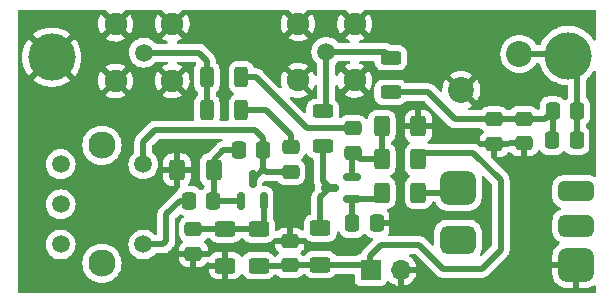
<source format=gbr>
%TF.GenerationSoftware,KiCad,Pcbnew,(6.0.5-0)*%
%TF.CreationDate,2022-07-01T09:39:55-05:00*%
%TF.ProjectId,AM_modulator,414d5f6d-6f64-4756-9c61-746f722e6b69,rev?*%
%TF.SameCoordinates,Original*%
%TF.FileFunction,Copper,L2,Bot*%
%TF.FilePolarity,Positive*%
%FSLAX46Y46*%
G04 Gerber Fmt 4.6, Leading zero omitted, Abs format (unit mm)*
G04 Created by KiCad (PCBNEW (6.0.5-0)) date 2022-07-01 09:39:55*
%MOMM*%
%LPD*%
G01*
G04 APERTURE LIST*
G04 Aperture macros list*
%AMRoundRect*
0 Rectangle with rounded corners*
0 $1 Rounding radius*
0 $2 $3 $4 $5 $6 $7 $8 $9 X,Y pos of 4 corners*
0 Add a 4 corners polygon primitive as box body*
4,1,4,$2,$3,$4,$5,$6,$7,$8,$9,$2,$3,0*
0 Add four circle primitives for the rounded corners*
1,1,$1+$1,$2,$3*
1,1,$1+$1,$4,$5*
1,1,$1+$1,$6,$7*
1,1,$1+$1,$8,$9*
0 Add four rect primitives between the rounded corners*
20,1,$1+$1,$2,$3,$4,$5,0*
20,1,$1+$1,$4,$5,$6,$7,0*
20,1,$1+$1,$6,$7,$8,$9,0*
20,1,$1+$1,$8,$9,$2,$3,0*%
G04 Aperture macros list end*
%TA.AperFunction,SMDPad,CuDef*%
%ADD10RoundRect,0.250000X0.625000X-0.400000X0.625000X0.400000X-0.625000X0.400000X-0.625000X-0.400000X0*%
%TD*%
%TA.AperFunction,ComponentPad*%
%ADD11C,2.200000*%
%TD*%
%TA.AperFunction,SMDPad,CuDef*%
%ADD12RoundRect,0.250000X-0.625000X0.312500X-0.625000X-0.312500X0.625000X-0.312500X0.625000X0.312500X0*%
%TD*%
%TA.AperFunction,ComponentPad*%
%ADD13C,2.300000*%
%TD*%
%TA.AperFunction,ComponentPad*%
%ADD14C,1.500000*%
%TD*%
%TA.AperFunction,ComponentPad*%
%ADD15C,1.508000*%
%TD*%
%TA.AperFunction,ComponentPad*%
%ADD16C,1.920000*%
%TD*%
%TA.AperFunction,ComponentPad*%
%ADD17R,1.700000X1.700000*%
%TD*%
%TA.AperFunction,ComponentPad*%
%ADD18O,1.700000X1.700000*%
%TD*%
%TA.AperFunction,ComponentPad*%
%ADD19C,4.000000*%
%TD*%
%TA.AperFunction,SMDPad,CuDef*%
%ADD20RoundRect,0.250000X-0.312500X-0.625000X0.312500X-0.625000X0.312500X0.625000X-0.312500X0.625000X0*%
%TD*%
%TA.AperFunction,SMDPad,CuDef*%
%ADD21RoundRect,0.250000X0.312500X0.625000X-0.312500X0.625000X-0.312500X-0.625000X0.312500X-0.625000X0*%
%TD*%
%TA.AperFunction,SMDPad,CuDef*%
%ADD22RoundRect,0.250000X0.475000X-0.337500X0.475000X0.337500X-0.475000X0.337500X-0.475000X-0.337500X0*%
%TD*%
%TA.AperFunction,SMDPad,CuDef*%
%ADD23RoundRect,0.425000X-1.075000X-0.425000X1.075000X-0.425000X1.075000X0.425000X-1.075000X0.425000X0*%
%TD*%
%TA.AperFunction,SMDPad,CuDef*%
%ADD24RoundRect,0.725000X-0.775000X-0.725000X0.775000X-0.725000X0.775000X0.725000X-0.775000X0.725000X0*%
%TD*%
%TA.AperFunction,SMDPad,CuDef*%
%ADD25RoundRect,0.450000X-1.050000X-0.450000X1.050000X-0.450000X1.050000X0.450000X-1.050000X0.450000X0*%
%TD*%
%TA.AperFunction,SMDPad,CuDef*%
%ADD26RoundRect,0.600000X-0.900000X-0.600000X0.900000X-0.600000X0.900000X0.600000X-0.900000X0.600000X0*%
%TD*%
%TA.AperFunction,SMDPad,CuDef*%
%ADD27RoundRect,0.150000X0.150000X-0.587500X0.150000X0.587500X-0.150000X0.587500X-0.150000X-0.587500X0*%
%TD*%
%TA.AperFunction,SMDPad,CuDef*%
%ADD28RoundRect,0.250000X-0.337500X-0.475000X0.337500X-0.475000X0.337500X0.475000X-0.337500X0.475000X0*%
%TD*%
%TA.AperFunction,SMDPad,CuDef*%
%ADD29RoundRect,0.250000X-0.400000X-0.625000X0.400000X-0.625000X0.400000X0.625000X-0.400000X0.625000X0*%
%TD*%
%TA.AperFunction,SMDPad,CuDef*%
%ADD30RoundRect,0.250000X-0.475000X0.337500X-0.475000X-0.337500X0.475000X-0.337500X0.475000X0.337500X0*%
%TD*%
%TA.AperFunction,SMDPad,CuDef*%
%ADD31RoundRect,0.250000X0.625000X-0.312500X0.625000X0.312500X-0.625000X0.312500X-0.625000X-0.312500X0*%
%TD*%
%TA.AperFunction,SMDPad,CuDef*%
%ADD32RoundRect,0.250000X-0.625000X0.400000X-0.625000X-0.400000X0.625000X-0.400000X0.625000X0.400000X0*%
%TD*%
%TA.AperFunction,SMDPad,CuDef*%
%ADD33RoundRect,0.250000X0.337500X0.475000X-0.337500X0.475000X-0.337500X-0.475000X0.337500X-0.475000X0*%
%TD*%
%TA.AperFunction,SMDPad,CuDef*%
%ADD34RoundRect,0.150000X0.587500X0.150000X-0.587500X0.150000X-0.587500X-0.150000X0.587500X-0.150000X0*%
%TD*%
%TA.AperFunction,SMDPad,CuDef*%
%ADD35RoundRect,0.250000X0.400000X0.625000X-0.400000X0.625000X-0.400000X-0.625000X0.400000X-0.625000X0*%
%TD*%
%TA.AperFunction,Conductor*%
%ADD36C,0.500000*%
%TD*%
G04 APERTURE END LIST*
D10*
%TO.P,RMc1,1*%
%TO.N,+12V*%
X74450000Y-73600000D03*
%TO.P,RMc1,2*%
%TO.N,/Mixer/RF*%
X74450000Y-70500000D03*
%TD*%
D11*
%TO.P,Lpi1,1,1*%
%TO.N,Net-(Antena+1-Pad1)*%
X91300000Y-55770000D03*
%TO.P,Lpi1,2,2*%
%TO.N,GND*%
X86385000Y-58830000D03*
%TD*%
D12*
%TO.P,SW4,1*%
%TO.N,Net-(J4-Pad1)*%
X80400000Y-56087500D03*
%TO.P,SW4,2*%
%TO.N,/Antenna/RF_Antenna*%
X80400000Y-59012500D03*
%TD*%
D13*
%TO.P,L1,*%
%TO.N,*%
X55950000Y-73500000D03*
D14*
X52450000Y-71900000D03*
X52450000Y-65100000D03*
X52450000Y-68500000D03*
D13*
X55950000Y-63500000D03*
D14*
%TO.P,L1,1,1*%
%TO.N,Net-(C1-Pad1)*%
X59450000Y-65100000D03*
%TO.P,L1,2,2*%
%TO.N,Net-(C2-Pad2)*%
X59450000Y-71900000D03*
%TD*%
D15*
%TO.P,J4,1*%
%TO.N,Net-(J4-Pad1)*%
X74950000Y-55600000D03*
D16*
%TO.P,J4,G1*%
%TO.N,GND*%
X77350000Y-58000000D03*
%TO.P,J4,G2*%
X77350000Y-53200000D03*
%TO.P,J4,G3*%
X72550000Y-53200000D03*
%TO.P,J4,G4*%
X72550000Y-58000000D03*
%TD*%
D17*
%TO.P,J2,1,Pin_1*%
%TO.N,+12V*%
X78700000Y-74050000D03*
D18*
%TO.P,J2,2,Pin_2*%
%TO.N,GND*%
X81240000Y-74050000D03*
%TD*%
D15*
%TO.P,J3,1*%
%TO.N,Net-(J3-Pad1)*%
X59500000Y-55650000D03*
D16*
%TO.P,J3,G1*%
%TO.N,GND*%
X61900000Y-58050000D03*
%TO.P,J3,G2*%
X61900000Y-53250000D03*
%TO.P,J3,G3*%
X57100000Y-53250000D03*
%TO.P,J3,G4*%
X57100000Y-58050000D03*
%TD*%
D19*
%TO.P,Antena+1,1,Pin_1*%
%TO.N,Net-(Antena+1-Pad1)*%
X95430000Y-55900000D03*
%TD*%
%TO.P,Antena-1,1,Pin_1*%
%TO.N,GND*%
X51700000Y-56050000D03*
%TD*%
D20*
%TO.P,SW2,1*%
%TO.N,Net-(J3-Pad1)*%
X64837500Y-57750000D03*
%TO.P,SW2,2*%
%TO.N,/Mixer/LO*%
X67762500Y-57750000D03*
%TD*%
D21*
%TO.P,SW1,1*%
%TO.N,/SMA_probe/signal_in*%
X67762500Y-60550000D03*
%TO.P,SW1,2*%
%TO.N,Net-(J3-Pad1)*%
X64837500Y-60550000D03*
%TD*%
D22*
%TO.P,CMLO1,2*%
%TO.N,/Mixer/LO*%
X77200000Y-62062500D03*
%TO.P,CMLO1,1*%
%TO.N,Net-(CMLO1-Pad1)*%
X77200000Y-64137500D03*
%TD*%
D23*
%TO.P,J1,R*%
%TO.N,unconnected-(J1-PadR)*%
X96100000Y-67410000D03*
D24*
%TO.P,J1,S*%
%TO.N,GND*%
X96100000Y-73610000D03*
%TO.P,J1,T*%
%TO.N,/audio*%
X86100000Y-67110000D03*
D25*
%TO.P,J1,TR*%
%TO.N,N/C*%
X96100000Y-70310000D03*
D26*
%TO.P,J1,TS*%
X86100000Y-71510000D03*
%TD*%
D27*
%TO.P,Q1,1,B*%
%TO.N,Net-(C3-Pad1)*%
X69653800Y-68218700D03*
%TO.P,Q1,2,E*%
%TO.N,Net-(C1-Pad2)*%
X67753800Y-68218700D03*
%TO.P,Q1,3,C*%
%TO.N,Net-(C1-Pad1)*%
X68703800Y-66343700D03*
%TD*%
D28*
%TO.P,CMa1,2*%
%TO.N,GND*%
X79200000Y-70100000D03*
%TO.P,CMa1,1*%
%TO.N,Net-(CMa1-Pad1)*%
X77125000Y-70100000D03*
%TD*%
D29*
%TO.P,RMb2,2*%
%TO.N,GND*%
X82750000Y-61900000D03*
%TO.P,RMb2,1*%
%TO.N,Net-(CMLO1-Pad1)*%
X79650000Y-61900000D03*
%TD*%
D22*
%TO.P,C4,1*%
%TO.N,Net-(C1-Pad1)*%
X71929600Y-65759700D03*
%TO.P,C4,2*%
%TO.N,/SMA_probe/signal_in*%
X71929600Y-63684700D03*
%TD*%
D30*
%TO.P,C5,1*%
%TO.N,GND*%
X71855600Y-71578300D03*
%TO.P,C5,2*%
%TO.N,+12V*%
X71855600Y-73653300D03*
%TD*%
D10*
%TO.P,R1,1*%
%TO.N,+12V*%
X69211800Y-73682600D03*
%TO.P,R1,2*%
%TO.N,Net-(C3-Pad1)*%
X69211800Y-70582600D03*
%TD*%
D31*
%TO.P,SW3,1*%
%TO.N,/Mixer/RF*%
X74650000Y-63562500D03*
%TO.P,SW3,2*%
%TO.N,Net-(J4-Pad1)*%
X74650000Y-60637500D03*
%TD*%
D22*
%TO.P,Cpi11,1*%
%TO.N,GND*%
X91670000Y-63337500D03*
%TO.P,Cpi11,2*%
%TO.N,/Antenna/RF_Antenna*%
X91670000Y-61262500D03*
%TD*%
D28*
%TO.P,Cpi21,1*%
%TO.N,/Antenna/RF_Antenna*%
X94112500Y-60600000D03*
%TO.P,Cpi21,2*%
%TO.N,Net-(Antena+1-Pad1)*%
X96187500Y-60600000D03*
%TD*%
D32*
%TO.P,R2,1*%
%TO.N,Net-(C3-Pad1)*%
X66392400Y-70582600D03*
%TO.P,R2,2*%
%TO.N,GND*%
X66392400Y-73682600D03*
%TD*%
D30*
%TO.P,Cpi1,1*%
%TO.N,/Antenna/RF_Antenna*%
X89170000Y-61312500D03*
%TO.P,Cpi1,2*%
%TO.N,GND*%
X89170000Y-63387500D03*
%TD*%
D33*
%TO.P,C1,1*%
%TO.N,Net-(C1-Pad1)*%
X69614300Y-63928400D03*
%TO.P,C1,2*%
%TO.N,Net-(C1-Pad2)*%
X67539300Y-63928400D03*
%TD*%
D28*
%TO.P,Cpi2,1*%
%TO.N,/Antenna/RF_Antenna*%
X94060000Y-63070000D03*
%TO.P,Cpi2,2*%
%TO.N,Net-(Antena+1-Pad1)*%
X96135000Y-63070000D03*
%TD*%
D34*
%TO.P,QM1,3,C*%
%TO.N,/Mixer/RF*%
X75262500Y-67100000D03*
%TO.P,QM1,2,E*%
%TO.N,Net-(CMa1-Pad1)*%
X77137500Y-68050000D03*
%TO.P,QM1,1,B*%
%TO.N,Net-(CMLO1-Pad1)*%
X77137500Y-66150000D03*
%TD*%
D33*
%TO.P,C2,1*%
%TO.N,Net-(C1-Pad2)*%
X65372500Y-68195600D03*
%TO.P,C2,2*%
%TO.N,Net-(C2-Pad2)*%
X63297500Y-68195600D03*
%TD*%
D35*
%TO.P,RMb1,2*%
%TO.N,Net-(CMLO1-Pad1)*%
X79650000Y-64700000D03*
%TO.P,RMb1,1*%
%TO.N,+12V*%
X82750000Y-64700000D03*
%TD*%
%TO.P,R3,1*%
%TO.N,Net-(C1-Pad2)*%
X65402400Y-65579400D03*
%TO.P,R3,2*%
%TO.N,GND*%
X62302400Y-65579400D03*
%TD*%
D30*
%TO.P,C3,1*%
%TO.N,Net-(C3-Pad1)*%
X63700000Y-70612500D03*
%TO.P,C3,2*%
%TO.N,GND*%
X63700000Y-72687500D03*
%TD*%
D29*
%TO.P,RMe1,2*%
%TO.N,/audio*%
X82750000Y-67500000D03*
%TO.P,RMe1,1*%
%TO.N,Net-(CMa1-Pad1)*%
X79650000Y-67500000D03*
%TD*%
D36*
%TO.N,+12V*%
X74450000Y-73600000D02*
X78250000Y-73600000D01*
X78250000Y-73600000D02*
X78700000Y-74050000D01*
X74450000Y-73600000D02*
X71908900Y-73600000D01*
X71908900Y-73600000D02*
X71855600Y-73653300D01*
%TO.N,/Mixer/RF*%
X74450000Y-70500000D02*
X74450000Y-67912500D01*
X74450000Y-67912500D02*
X75262500Y-67100000D01*
%TO.N,Net-(Antena+1-Pad1)*%
X91300000Y-55770000D02*
X95300000Y-55770000D01*
X95300000Y-55770000D02*
X95430000Y-55900000D01*
%TO.N,/Antenna/RF_Antenna*%
X80400000Y-59012500D02*
X83562500Y-59012500D01*
X83562500Y-59012500D02*
X85862500Y-61312500D01*
X85862500Y-61312500D02*
X89170000Y-61312500D01*
%TO.N,Net-(J4-Pad1)*%
X74950000Y-55600000D02*
X79912500Y-55600000D01*
X79912500Y-55600000D02*
X80400000Y-56087500D01*
%TO.N,+12V*%
X82750000Y-64700000D02*
X83300000Y-64150000D01*
X83300000Y-64150000D02*
X87400000Y-64150000D01*
X87400000Y-64150000D02*
X89700000Y-66450000D01*
X89700000Y-66450000D02*
X89700000Y-72350000D01*
X89700000Y-72350000D02*
X88100000Y-73950000D01*
X88100000Y-73950000D02*
X84800000Y-73950000D01*
X82800000Y-71950000D02*
X79550000Y-71950000D01*
X78650000Y-74000000D02*
X78700000Y-74050000D01*
X84800000Y-73950000D02*
X82800000Y-71950000D01*
X78650000Y-72850000D02*
X78650000Y-74000000D01*
X79550000Y-71950000D02*
X78650000Y-72850000D01*
%TO.N,/audio*%
X82750000Y-67500000D02*
X85710000Y-67500000D01*
X85710000Y-67500000D02*
X86100000Y-67110000D01*
%TO.N,Net-(CMLO1-Pad1)*%
X79650000Y-61900000D02*
X79650000Y-64700000D01*
X79650000Y-64700000D02*
X77762500Y-64700000D01*
X77762500Y-64700000D02*
X77200000Y-64137500D01*
X77137500Y-66150000D02*
X77137500Y-64200000D01*
X77137500Y-64200000D02*
X77200000Y-64137500D01*
%TO.N,Net-(CMa1-Pad1)*%
X77137500Y-68050000D02*
X79100000Y-68050000D01*
X79100000Y-68050000D02*
X79650000Y-67500000D01*
X77125000Y-70100000D02*
X77125000Y-68062500D01*
X77125000Y-68062500D02*
X77137500Y-68050000D01*
%TO.N,Net-(Antena+1-Pad1)*%
X96187500Y-60600000D02*
X96187500Y-63017500D01*
X96187500Y-63017500D02*
X96135000Y-63070000D01*
X96187500Y-58612500D02*
X96200000Y-58600000D01*
X96187500Y-60600000D02*
X96187500Y-58612500D01*
X96200000Y-56670000D02*
X95430000Y-55900000D01*
X96200000Y-58600000D02*
X96200000Y-56670000D01*
%TO.N,/Antenna/RF_Antenna*%
X91670000Y-61262500D02*
X93450000Y-61262500D01*
X93450000Y-61262500D02*
X94112500Y-60600000D01*
X94112500Y-60600000D02*
X94112500Y-63017500D01*
X94112500Y-63017500D02*
X94060000Y-63070000D01*
X89170000Y-61312500D02*
X91620000Y-61312500D01*
X91620000Y-61312500D02*
X91670000Y-61262500D01*
%TO.N,Net-(J4-Pad1)*%
X74950000Y-55600000D02*
X74950000Y-60337500D01*
X74950000Y-60337500D02*
X74650000Y-60637500D01*
%TO.N,/Mixer/LO*%
X77200000Y-62062500D02*
X73312500Y-62062500D01*
X69000000Y-57750000D02*
X67762500Y-57750000D01*
X73312500Y-62062500D02*
X69000000Y-57750000D01*
%TO.N,/SMA_probe/signal_in*%
X67762500Y-60550000D02*
X69850000Y-60550000D01*
X69850000Y-60550000D02*
X71929600Y-62629600D01*
X71929600Y-62629600D02*
X71929600Y-63684700D01*
%TO.N,Net-(J3-Pad1)*%
X64837500Y-57750000D02*
X64837500Y-60550000D01*
X59500000Y-55650000D02*
X64150000Y-55650000D01*
X64150000Y-55650000D02*
X64837500Y-56337500D01*
X64837500Y-56337500D02*
X64837500Y-57750000D01*
%TO.N,/Mixer/RF*%
X74650000Y-63562500D02*
X74650000Y-66487500D01*
X74650000Y-66487500D02*
X75262500Y-67100000D01*
%TO.N,Net-(C2-Pad2)*%
X59450000Y-71900000D02*
X61100000Y-71900000D01*
X61400000Y-71600000D02*
X61400000Y-69350000D01*
X61100000Y-71900000D02*
X61400000Y-71600000D01*
X61400000Y-69350000D02*
X62554400Y-68195600D01*
X62554400Y-68195600D02*
X63297500Y-68195600D01*
%TO.N,Net-(C1-Pad1)*%
X59450000Y-65100000D02*
X59450000Y-63200000D01*
X59450000Y-63200000D02*
X60475480Y-62174520D01*
X60475480Y-62174520D02*
X68924520Y-62174520D01*
X68924520Y-62174520D02*
X69614300Y-62864300D01*
X69614300Y-62864300D02*
X69614300Y-63928400D01*
X69838300Y-65759700D02*
X69614300Y-65535700D01*
X71929600Y-65759700D02*
X69838300Y-65759700D01*
X69614300Y-65535700D02*
X69614300Y-63928400D01*
X68703800Y-66343700D02*
X68806300Y-66343700D01*
X68806300Y-66343700D02*
X69614300Y-65535700D01*
%TO.N,Net-(C1-Pad2)*%
X65402400Y-68165700D02*
X65372500Y-68195600D01*
X67730700Y-68195600D02*
X67753800Y-68218700D01*
X65372500Y-68195600D02*
X67730700Y-68195600D01*
X66221600Y-63928400D02*
X65402400Y-64747600D01*
X65402400Y-64747600D02*
X65402400Y-65579400D01*
X65402400Y-65579400D02*
X65402400Y-68165700D01*
X67539300Y-63928400D02*
X66221600Y-63928400D01*
%TO.N,Net-(C3-Pad1)*%
X66392400Y-70582600D02*
X69211800Y-70582600D01*
X69653800Y-68218700D02*
X69653800Y-70140600D01*
X66362500Y-70612500D02*
X66392400Y-70582600D01*
X63700000Y-70612500D02*
X66362500Y-70612500D01*
X69653800Y-70140600D02*
X69211800Y-70582600D01*
%TO.N,+12V*%
X74396700Y-73653300D02*
X74400000Y-73650000D01*
X69211800Y-73682600D02*
X71826300Y-73682600D01*
X71826300Y-73682600D02*
X71855600Y-73653300D01*
%TD*%
%TA.AperFunction,Conductor*%
%TO.N,GND*%
G36*
X56234548Y-52028502D02*
G01*
X56254313Y-52049713D01*
X56256618Y-52047408D01*
X57087188Y-52877978D01*
X57101132Y-52885592D01*
X57102965Y-52885461D01*
X57109580Y-52881210D01*
X57944522Y-52046268D01*
X57947935Y-52049681D01*
X57973680Y-52023925D01*
X58034088Y-52008500D01*
X60966427Y-52008500D01*
X61034548Y-52028502D01*
X61054313Y-52049713D01*
X61056618Y-52047408D01*
X61887188Y-52877978D01*
X61901132Y-52885592D01*
X61902965Y-52885461D01*
X61909580Y-52881210D01*
X62744522Y-52046268D01*
X62747935Y-52049681D01*
X62773680Y-52023925D01*
X62834088Y-52008500D01*
X71665520Y-52008500D01*
X71733641Y-52028502D01*
X71754615Y-52045405D01*
X72537188Y-52827978D01*
X72551132Y-52835592D01*
X72552965Y-52835461D01*
X72559580Y-52831210D01*
X73345385Y-52045405D01*
X73407697Y-52011379D01*
X73434480Y-52008500D01*
X76465520Y-52008500D01*
X76533641Y-52028502D01*
X76554615Y-52045405D01*
X77337188Y-52827978D01*
X77351132Y-52835592D01*
X77352965Y-52835461D01*
X77359580Y-52831210D01*
X78145385Y-52045405D01*
X78207697Y-52011379D01*
X78234480Y-52008500D01*
X97665500Y-52008500D01*
X97733621Y-52028502D01*
X97780114Y-52082158D01*
X97791500Y-52134500D01*
X97791500Y-54505883D01*
X97771498Y-54574004D01*
X97717842Y-54620497D01*
X97647568Y-54630601D01*
X97582988Y-54601107D01*
X97559115Y-54573397D01*
X97465559Y-54425976D01*
X97465556Y-54425972D01*
X97463432Y-54422625D01*
X97262233Y-54179418D01*
X97258597Y-54176003D01*
X97169563Y-54092395D01*
X97032140Y-53963346D01*
X96776779Y-53777816D01*
X96771208Y-53774753D01*
X96503648Y-53627660D01*
X96503647Y-53627659D01*
X96500179Y-53625753D01*
X96496510Y-53624300D01*
X96496505Y-53624298D01*
X96210372Y-53511010D01*
X96210371Y-53511010D01*
X96206702Y-53509557D01*
X95900975Y-53431060D01*
X95587821Y-53391500D01*
X95272179Y-53391500D01*
X94959025Y-53431060D01*
X94653298Y-53509557D01*
X94649629Y-53511010D01*
X94649628Y-53511010D01*
X94363495Y-53624298D01*
X94363490Y-53624300D01*
X94359821Y-53625753D01*
X94356353Y-53627659D01*
X94356352Y-53627660D01*
X94088793Y-53774753D01*
X94083221Y-53777816D01*
X93827860Y-53963346D01*
X93690437Y-54092395D01*
X93601404Y-54176003D01*
X93597767Y-54179418D01*
X93396568Y-54422625D01*
X93227438Y-54689131D01*
X93225754Y-54692710D01*
X93225750Y-54692717D01*
X93109789Y-54939148D01*
X93062686Y-54992269D01*
X92995781Y-55011500D01*
X92792248Y-55011500D01*
X92724127Y-54991498D01*
X92684815Y-54951335D01*
X92646837Y-54889360D01*
X92605328Y-54821624D01*
X92440898Y-54629102D01*
X92248376Y-54464672D01*
X92032502Y-54332384D01*
X92027932Y-54330491D01*
X92027928Y-54330489D01*
X91803164Y-54237389D01*
X91803162Y-54237388D01*
X91798591Y-54235495D01*
X91713968Y-54215179D01*
X91557216Y-54177546D01*
X91557210Y-54177545D01*
X91552403Y-54176391D01*
X91300000Y-54156526D01*
X91047597Y-54176391D01*
X91042790Y-54177545D01*
X91042784Y-54177546D01*
X90886032Y-54215179D01*
X90801409Y-54235495D01*
X90796838Y-54237388D01*
X90796836Y-54237389D01*
X90572072Y-54330489D01*
X90572068Y-54330491D01*
X90567498Y-54332384D01*
X90351624Y-54464672D01*
X90159102Y-54629102D01*
X89994672Y-54821624D01*
X89862384Y-55037498D01*
X89860491Y-55042068D01*
X89860489Y-55042072D01*
X89808929Y-55166550D01*
X89765495Y-55271409D01*
X89706391Y-55517597D01*
X89686526Y-55770000D01*
X89706391Y-56022403D01*
X89707545Y-56027210D01*
X89707546Y-56027216D01*
X89743017Y-56174963D01*
X89765495Y-56268591D01*
X89767388Y-56273162D01*
X89767389Y-56273164D01*
X89856126Y-56487393D01*
X89862384Y-56502502D01*
X89994672Y-56718376D01*
X90159102Y-56910898D01*
X90351624Y-57075328D01*
X90567498Y-57207616D01*
X90572068Y-57209509D01*
X90572072Y-57209511D01*
X90796836Y-57302611D01*
X90801409Y-57304505D01*
X90858158Y-57318129D01*
X91042784Y-57362454D01*
X91042790Y-57362455D01*
X91047597Y-57363609D01*
X91300000Y-57383474D01*
X91552403Y-57363609D01*
X91557210Y-57362455D01*
X91557216Y-57362454D01*
X91741842Y-57318129D01*
X91798591Y-57304505D01*
X91803164Y-57302611D01*
X92027928Y-57209511D01*
X92027932Y-57209509D01*
X92032502Y-57207616D01*
X92248376Y-57075328D01*
X92440898Y-56910898D01*
X92605328Y-56718376D01*
X92684815Y-56588665D01*
X92737463Y-56541034D01*
X92792248Y-56528500D01*
X92905075Y-56528500D01*
X92973196Y-56548502D01*
X93019689Y-56602158D01*
X93024907Y-56615560D01*
X93057866Y-56716998D01*
X93088145Y-56810187D01*
X93093044Y-56825266D01*
X93094731Y-56828852D01*
X93094733Y-56828856D01*
X93225750Y-57107283D01*
X93225754Y-57107290D01*
X93227438Y-57110869D01*
X93396568Y-57377375D01*
X93399093Y-57380427D01*
X93575517Y-57593686D01*
X93597767Y-57620582D01*
X93600657Y-57623296D01*
X93600658Y-57623297D01*
X93613751Y-57635592D01*
X93827860Y-57836654D01*
X94083221Y-58022184D01*
X94086690Y-58024091D01*
X94086693Y-58024093D01*
X94235437Y-58105866D01*
X94359821Y-58174247D01*
X94363490Y-58175700D01*
X94363495Y-58175702D01*
X94649628Y-58288990D01*
X94653298Y-58290443D01*
X94959025Y-58368940D01*
X95272179Y-58408500D01*
X95302113Y-58408500D01*
X95370234Y-58428502D01*
X95416727Y-58482158D01*
X95427171Y-58543118D01*
X95426860Y-58544615D01*
X95427058Y-58551932D01*
X95428954Y-58622021D01*
X95429000Y-58625428D01*
X95429000Y-59424410D01*
X95408998Y-59492531D01*
X95381482Y-59522914D01*
X95375652Y-59526522D01*
X95250695Y-59651697D01*
X95248094Y-59655916D01*
X95190970Y-59696417D01*
X95120047Y-59699649D01*
X95058635Y-59664024D01*
X95052078Y-59656470D01*
X95048478Y-59650652D01*
X94923303Y-59525695D01*
X94917072Y-59521854D01*
X94778968Y-59436725D01*
X94778966Y-59436724D01*
X94772738Y-59432885D01*
X94612254Y-59379655D01*
X94611389Y-59379368D01*
X94611387Y-59379368D01*
X94604861Y-59377203D01*
X94598025Y-59376503D01*
X94598022Y-59376502D01*
X94554969Y-59372091D01*
X94500400Y-59366500D01*
X93724600Y-59366500D01*
X93721354Y-59366837D01*
X93721350Y-59366837D01*
X93625692Y-59376762D01*
X93625688Y-59376763D01*
X93618834Y-59377474D01*
X93612298Y-59379655D01*
X93612296Y-59379655D01*
X93513258Y-59412697D01*
X93451054Y-59433450D01*
X93300652Y-59526522D01*
X93175695Y-59651697D01*
X93171855Y-59657927D01*
X93171854Y-59657928D01*
X93089717Y-59791179D01*
X93082885Y-59802262D01*
X93080581Y-59809209D01*
X93044121Y-59919134D01*
X93027203Y-59970139D01*
X93016500Y-60074600D01*
X93016500Y-60378000D01*
X92996498Y-60446121D01*
X92942842Y-60492614D01*
X92890500Y-60504000D01*
X92845590Y-60504000D01*
X92777469Y-60483998D01*
X92747086Y-60456482D01*
X92743478Y-60450652D01*
X92618303Y-60325695D01*
X92556025Y-60287306D01*
X92473968Y-60236725D01*
X92473966Y-60236724D01*
X92467738Y-60232885D01*
X92307254Y-60179655D01*
X92306389Y-60179368D01*
X92306387Y-60179368D01*
X92299861Y-60177203D01*
X92293025Y-60176503D01*
X92293022Y-60176502D01*
X92249969Y-60172091D01*
X92195400Y-60166500D01*
X91144600Y-60166500D01*
X91141354Y-60166837D01*
X91141350Y-60166837D01*
X91045692Y-60176762D01*
X91045688Y-60176763D01*
X91038834Y-60177474D01*
X91032298Y-60179655D01*
X91032296Y-60179655D01*
X90921859Y-60216500D01*
X90871054Y-60233450D01*
X90720652Y-60326522D01*
X90595695Y-60451697D01*
X90591853Y-60457929D01*
X90591852Y-60457931D01*
X90569546Y-60494117D01*
X90516774Y-60541610D01*
X90462287Y-60554000D01*
X90345590Y-60554000D01*
X90277469Y-60533998D01*
X90247086Y-60506482D01*
X90243478Y-60500652D01*
X90118303Y-60375695D01*
X90112072Y-60371854D01*
X89973968Y-60286725D01*
X89973966Y-60286724D01*
X89967738Y-60282885D01*
X89830321Y-60237306D01*
X89806389Y-60229368D01*
X89806387Y-60229368D01*
X89799861Y-60227203D01*
X89793025Y-60226503D01*
X89793022Y-60226502D01*
X89749969Y-60222091D01*
X89695400Y-60216500D01*
X88644600Y-60216500D01*
X88641354Y-60216837D01*
X88641350Y-60216837D01*
X88545692Y-60226762D01*
X88545688Y-60226763D01*
X88538834Y-60227474D01*
X88532298Y-60229655D01*
X88532296Y-60229655D01*
X88427605Y-60264583D01*
X88371054Y-60283450D01*
X88220652Y-60376522D01*
X88095695Y-60501697D01*
X88092739Y-60506493D01*
X88035386Y-60547155D01*
X87994422Y-60554000D01*
X87058248Y-60554000D01*
X86990127Y-60533998D01*
X86943634Y-60480342D01*
X86933530Y-60410068D01*
X86963024Y-60345488D01*
X87010030Y-60311591D01*
X87112700Y-60269064D01*
X87121494Y-60264583D01*
X87316167Y-60145287D01*
X87325627Y-60134830D01*
X87321844Y-60126054D01*
X86026922Y-58831132D01*
X86749408Y-58831132D01*
X86749539Y-58832965D01*
X86753790Y-58839580D01*
X87678010Y-59763800D01*
X87690390Y-59770560D01*
X87698040Y-59764833D01*
X87819583Y-59566494D01*
X87824064Y-59557700D01*
X87917134Y-59333009D01*
X87920183Y-59323624D01*
X87976959Y-59087137D01*
X87978502Y-59077390D01*
X87997584Y-58834930D01*
X87997584Y-58825070D01*
X87978502Y-58582610D01*
X87976959Y-58572863D01*
X87920183Y-58336376D01*
X87917134Y-58326991D01*
X87824064Y-58102300D01*
X87819583Y-58093506D01*
X87700287Y-57898833D01*
X87689830Y-57889373D01*
X87681054Y-57893156D01*
X86757022Y-58817188D01*
X86749408Y-58831132D01*
X86026922Y-58831132D01*
X85091990Y-57896200D01*
X85079610Y-57889440D01*
X85071960Y-57895167D01*
X84950417Y-58093506D01*
X84945936Y-58102300D01*
X84852866Y-58326991D01*
X84849817Y-58336376D01*
X84793041Y-58572863D01*
X84791498Y-58582610D01*
X84772416Y-58825070D01*
X84772416Y-58834942D01*
X84772511Y-58836150D01*
X84772416Y-58836602D01*
X84772416Y-58839886D01*
X84771726Y-58839886D01*
X84757911Y-58905629D01*
X84708066Y-58956185D01*
X84638800Y-58971767D01*
X84572106Y-58947428D01*
X84557804Y-58935123D01*
X84146270Y-58523589D01*
X84133884Y-58509177D01*
X84125351Y-58497582D01*
X84125346Y-58497577D01*
X84121008Y-58491682D01*
X84115430Y-58486943D01*
X84115427Y-58486940D01*
X84080732Y-58457465D01*
X84073216Y-58450535D01*
X84067521Y-58444840D01*
X84061380Y-58439982D01*
X84045249Y-58427219D01*
X84041845Y-58424428D01*
X83991797Y-58381909D01*
X83991795Y-58381908D01*
X83986215Y-58377167D01*
X83979699Y-58373839D01*
X83974650Y-58370472D01*
X83969521Y-58367305D01*
X83963784Y-58362766D01*
X83897625Y-58331845D01*
X83893725Y-58329939D01*
X83887952Y-58326991D01*
X83828692Y-58296731D01*
X83821584Y-58294992D01*
X83815941Y-58292893D01*
X83810178Y-58290976D01*
X83803550Y-58287878D01*
X83732083Y-58273013D01*
X83727799Y-58272043D01*
X83656890Y-58254692D01*
X83651288Y-58254344D01*
X83651285Y-58254344D01*
X83645736Y-58254000D01*
X83645738Y-58253964D01*
X83641745Y-58253725D01*
X83637553Y-58253351D01*
X83630385Y-58251860D01*
X83564175Y-58253651D01*
X83552979Y-58253954D01*
X83549572Y-58254000D01*
X81704002Y-58254000D01*
X81635881Y-58233998D01*
X81614984Y-58217173D01*
X81503483Y-58105866D01*
X81498303Y-58100695D01*
X81492072Y-58096854D01*
X81353968Y-58011725D01*
X81353966Y-58011724D01*
X81347738Y-58007885D01*
X81187254Y-57954655D01*
X81186389Y-57954368D01*
X81186387Y-57954368D01*
X81179861Y-57952203D01*
X81173025Y-57951503D01*
X81173022Y-57951502D01*
X81129969Y-57947091D01*
X81075400Y-57941500D01*
X79724600Y-57941500D01*
X79721354Y-57941837D01*
X79721350Y-57941837D01*
X79625692Y-57951762D01*
X79625688Y-57951763D01*
X79618834Y-57952474D01*
X79612298Y-57954655D01*
X79612296Y-57954655D01*
X79568799Y-57969167D01*
X79451054Y-58008450D01*
X79300652Y-58101522D01*
X79175695Y-58226697D01*
X79171855Y-58232927D01*
X79171854Y-58232928D01*
X79090728Y-58364539D01*
X79082885Y-58377262D01*
X79063584Y-58435454D01*
X79031838Y-58531166D01*
X79027203Y-58545139D01*
X79016500Y-58649600D01*
X79016500Y-59375400D01*
X79016837Y-59378646D01*
X79016837Y-59378650D01*
X79026405Y-59470859D01*
X79027474Y-59481166D01*
X79029655Y-59487702D01*
X79029655Y-59487704D01*
X79041320Y-59522668D01*
X79083450Y-59648946D01*
X79176522Y-59799348D01*
X79181704Y-59804521D01*
X79228962Y-59851697D01*
X79301697Y-59924305D01*
X79307927Y-59928145D01*
X79307928Y-59928146D01*
X79445090Y-60012694D01*
X79452262Y-60017115D01*
X79532005Y-60043564D01*
X79613611Y-60070632D01*
X79613613Y-60070632D01*
X79620139Y-60072797D01*
X79626975Y-60073497D01*
X79626978Y-60073498D01*
X79669134Y-60077817D01*
X79724600Y-60083500D01*
X81075400Y-60083500D01*
X81078646Y-60083163D01*
X81078650Y-60083163D01*
X81174308Y-60073238D01*
X81174312Y-60073237D01*
X81181166Y-60072526D01*
X81187702Y-60070345D01*
X81187704Y-60070345D01*
X81319806Y-60026272D01*
X81348946Y-60016550D01*
X81499348Y-59923478D01*
X81544881Y-59877866D01*
X81614643Y-59807982D01*
X81676926Y-59773903D01*
X81703816Y-59771000D01*
X83196129Y-59771000D01*
X83264250Y-59791002D01*
X83285224Y-59807905D01*
X85278730Y-61801411D01*
X85291116Y-61815823D01*
X85299649Y-61827418D01*
X85299654Y-61827423D01*
X85303992Y-61833318D01*
X85309570Y-61838057D01*
X85309573Y-61838060D01*
X85344268Y-61867535D01*
X85351784Y-61874465D01*
X85357479Y-61880160D01*
X85360361Y-61882440D01*
X85379751Y-61897781D01*
X85383155Y-61900572D01*
X85418996Y-61931021D01*
X85438785Y-61947833D01*
X85445301Y-61951161D01*
X85450350Y-61954528D01*
X85455479Y-61957695D01*
X85461216Y-61962234D01*
X85527375Y-61993155D01*
X85531269Y-61995058D01*
X85596308Y-62028269D01*
X85603416Y-62030008D01*
X85609059Y-62032107D01*
X85614822Y-62034024D01*
X85621450Y-62037122D01*
X85628612Y-62038612D01*
X85628613Y-62038612D01*
X85692912Y-62051986D01*
X85697196Y-62052956D01*
X85768110Y-62070308D01*
X85773712Y-62070656D01*
X85773715Y-62070656D01*
X85779264Y-62071000D01*
X85779262Y-62071036D01*
X85783255Y-62071275D01*
X85787447Y-62071649D01*
X85794615Y-62073140D01*
X85872020Y-62071046D01*
X85875428Y-62071000D01*
X87994410Y-62071000D01*
X88062531Y-62091002D01*
X88092914Y-62118518D01*
X88096522Y-62124348D01*
X88221697Y-62249305D01*
X88226235Y-62252102D01*
X88266824Y-62309353D01*
X88270054Y-62380276D01*
X88234428Y-62441687D01*
X88225932Y-62449062D01*
X88215793Y-62457098D01*
X88101261Y-62571829D01*
X88092249Y-62583240D01*
X88007184Y-62721243D01*
X88001037Y-62734424D01*
X87949862Y-62888710D01*
X87946995Y-62902086D01*
X87937328Y-62996438D01*
X87937000Y-63002855D01*
X87937000Y-63115385D01*
X87941475Y-63130624D01*
X87942865Y-63131829D01*
X87950548Y-63133500D01*
X90378885Y-63133500D01*
X90394124Y-63129026D01*
X90395889Y-63126988D01*
X90455615Y-63088604D01*
X90491114Y-63083500D01*
X91798000Y-63083500D01*
X91866121Y-63103502D01*
X91912614Y-63157158D01*
X91924000Y-63209500D01*
X91924000Y-64414884D01*
X91928475Y-64430123D01*
X91929865Y-64431328D01*
X91937548Y-64432999D01*
X92192095Y-64432999D01*
X92198614Y-64432662D01*
X92294206Y-64422743D01*
X92307600Y-64419851D01*
X92461784Y-64368412D01*
X92474962Y-64362239D01*
X92612807Y-64276937D01*
X92624208Y-64267901D01*
X92738739Y-64153171D01*
X92747751Y-64141760D01*
X92832816Y-64003757D01*
X92838963Y-63990576D01*
X92847350Y-63965290D01*
X92887781Y-63906931D01*
X92953345Y-63879694D01*
X93023227Y-63892228D01*
X93074087Y-63938654D01*
X93124022Y-64019348D01*
X93249197Y-64144305D01*
X93255427Y-64148145D01*
X93255428Y-64148146D01*
X93392590Y-64232694D01*
X93399762Y-64237115D01*
X93471737Y-64260988D01*
X93561111Y-64290632D01*
X93561113Y-64290632D01*
X93567639Y-64292797D01*
X93574475Y-64293497D01*
X93574478Y-64293498D01*
X93617531Y-64297909D01*
X93672100Y-64303500D01*
X94447900Y-64303500D01*
X94451146Y-64303163D01*
X94451150Y-64303163D01*
X94546808Y-64293238D01*
X94546812Y-64293237D01*
X94553666Y-64292526D01*
X94560202Y-64290345D01*
X94560204Y-64290345D01*
X94692306Y-64246272D01*
X94721446Y-64236550D01*
X94871848Y-64143478D01*
X94996805Y-64018303D01*
X94999406Y-64014084D01*
X95056530Y-63973583D01*
X95127453Y-63970351D01*
X95188865Y-64005976D01*
X95195422Y-64013530D01*
X95199022Y-64019348D01*
X95324197Y-64144305D01*
X95330427Y-64148145D01*
X95330428Y-64148146D01*
X95467590Y-64232694D01*
X95474762Y-64237115D01*
X95546737Y-64260988D01*
X95636111Y-64290632D01*
X95636113Y-64290632D01*
X95642639Y-64292797D01*
X95649475Y-64293497D01*
X95649478Y-64293498D01*
X95692531Y-64297909D01*
X95747100Y-64303500D01*
X96522900Y-64303500D01*
X96526146Y-64303163D01*
X96526150Y-64303163D01*
X96621808Y-64293238D01*
X96621812Y-64293237D01*
X96628666Y-64292526D01*
X96635202Y-64290345D01*
X96635204Y-64290345D01*
X96767306Y-64246272D01*
X96796446Y-64236550D01*
X96946848Y-64143478D01*
X97071805Y-64018303D01*
X97080771Y-64003757D01*
X97160775Y-63873968D01*
X97160776Y-63873966D01*
X97164615Y-63867738D01*
X97201904Y-63755315D01*
X97218132Y-63706389D01*
X97218132Y-63706387D01*
X97220297Y-63699861D01*
X97231000Y-63595400D01*
X97231000Y-62544600D01*
X97229854Y-62533556D01*
X97220738Y-62445692D01*
X97220737Y-62445688D01*
X97220026Y-62438834D01*
X97204297Y-62391687D01*
X97166368Y-62278002D01*
X97164050Y-62271054D01*
X97070978Y-62120652D01*
X97041276Y-62091002D01*
X96982982Y-62032809D01*
X96948903Y-61970526D01*
X96946000Y-61943636D01*
X96946000Y-61775590D01*
X96966002Y-61707469D01*
X96993518Y-61677086D01*
X96999348Y-61673478D01*
X97124305Y-61548303D01*
X97133678Y-61533097D01*
X97213275Y-61403968D01*
X97213276Y-61403966D01*
X97217115Y-61397738D01*
X97257157Y-61277015D01*
X97270632Y-61236389D01*
X97270632Y-61236387D01*
X97272797Y-61229861D01*
X97273666Y-61221386D01*
X97282388Y-61136251D01*
X97283500Y-61125400D01*
X97283500Y-60074600D01*
X97283163Y-60071350D01*
X97273238Y-59975692D01*
X97273237Y-59975688D01*
X97272526Y-59968834D01*
X97258952Y-59928146D01*
X97218868Y-59808002D01*
X97216550Y-59801054D01*
X97123478Y-59650652D01*
X96998303Y-59525695D01*
X96993507Y-59522739D01*
X96952845Y-59465386D01*
X96946000Y-59424422D01*
X96946000Y-58757837D01*
X96949611Y-58727889D01*
X96956473Y-58699845D01*
X96957808Y-58694390D01*
X96958500Y-58683236D01*
X96958535Y-58683238D01*
X96958775Y-58679266D01*
X96959152Y-58675045D01*
X96960641Y-58667885D01*
X96958546Y-58590458D01*
X96958500Y-58587050D01*
X96958500Y-57954357D01*
X96978502Y-57886236D01*
X97010439Y-57852421D01*
X97028936Y-57838982D01*
X97028938Y-57838980D01*
X97032140Y-57836654D01*
X97193005Y-57685592D01*
X97259342Y-57623297D01*
X97259343Y-57623296D01*
X97262233Y-57620582D01*
X97284484Y-57593686D01*
X97460907Y-57380427D01*
X97463432Y-57377375D01*
X97472169Y-57363609D01*
X97559115Y-57226603D01*
X97612504Y-57179804D01*
X97682719Y-57169299D01*
X97747467Y-57198423D01*
X97786191Y-57257929D01*
X97791500Y-57294117D01*
X97791500Y-66045817D01*
X97771498Y-66113938D01*
X97717842Y-66160431D01*
X97647568Y-66170535D01*
X97608297Y-66158084D01*
X97517259Y-66111698D01*
X97511379Y-66108702D01*
X97487270Y-66102242D01*
X97327413Y-66059408D01*
X97327409Y-66059407D01*
X97321836Y-66057914D01*
X97316080Y-66057461D01*
X97242794Y-66051693D01*
X97242785Y-66051693D01*
X97240337Y-66051500D01*
X96100462Y-66051500D01*
X94959664Y-66051501D01*
X94909780Y-66055426D01*
X94883918Y-66057461D01*
X94883915Y-66057461D01*
X94878164Y-66057914D01*
X94822620Y-66072797D01*
X94713850Y-66101942D01*
X94688621Y-66108702D01*
X94513779Y-66197789D01*
X94361280Y-66321280D01*
X94237789Y-66473779D01*
X94148702Y-66648621D01*
X94146994Y-66654994D01*
X94146994Y-66654995D01*
X94102405Y-66821404D01*
X94097914Y-66838164D01*
X94097461Y-66843920D01*
X94092154Y-66911357D01*
X94091500Y-66919663D01*
X94091501Y-67900336D01*
X94097914Y-67981836D01*
X94148702Y-68171379D01*
X94237789Y-68346221D01*
X94361280Y-68498720D01*
X94513779Y-68622211D01*
X94688621Y-68711298D01*
X94694997Y-68713006D01*
X94695001Y-68713008D01*
X94709812Y-68716977D01*
X94770434Y-68753928D01*
X94801456Y-68817789D01*
X94793026Y-68888284D01*
X94747823Y-68943030D01*
X94711929Y-68959802D01*
X94698348Y-68963696D01*
X94698345Y-68963697D01*
X94692208Y-68965457D01*
X94519643Y-69055672D01*
X94514700Y-69059703D01*
X94514699Y-69059704D01*
X94395166Y-69157193D01*
X94368743Y-69178743D01*
X94364714Y-69183683D01*
X94262338Y-69309209D01*
X94245672Y-69329643D01*
X94242717Y-69335296D01*
X94242716Y-69335297D01*
X94233878Y-69352203D01*
X94155457Y-69502208D01*
X94101784Y-69689389D01*
X94100007Y-69709297D01*
X94091761Y-69801697D01*
X94091500Y-69804616D01*
X94091500Y-70815384D01*
X94091749Y-70818171D01*
X94091749Y-70818177D01*
X94092544Y-70827080D01*
X94101784Y-70930611D01*
X94155457Y-71117792D01*
X94216330Y-71234231D01*
X94237093Y-71273946D01*
X94245672Y-71290357D01*
X94249703Y-71295300D01*
X94249704Y-71295301D01*
X94354100Y-71423303D01*
X94368743Y-71441257D01*
X94373683Y-71445286D01*
X94503835Y-71551435D01*
X94519643Y-71564328D01*
X94525296Y-71567283D01*
X94525297Y-71567284D01*
X94646281Y-71630533D01*
X94697383Y-71679819D01*
X94713727Y-71748909D01*
X94690123Y-71815867D01*
X94659816Y-71845660D01*
X94535504Y-71932059D01*
X94526925Y-71939233D01*
X94379233Y-72086925D01*
X94372059Y-72095504D01*
X94252849Y-72267024D01*
X94247313Y-72276731D01*
X94160362Y-72466647D01*
X94156628Y-72477193D01*
X94104624Y-72679734D01*
X94102853Y-72690290D01*
X94092207Y-72821171D01*
X94092000Y-72826277D01*
X94092000Y-73337885D01*
X94096475Y-73353124D01*
X94097865Y-73354329D01*
X94105548Y-73356000D01*
X96228000Y-73356000D01*
X96296121Y-73376002D01*
X96342614Y-73429658D01*
X96354000Y-73482000D01*
X96354000Y-75549885D01*
X96358475Y-75565124D01*
X96359865Y-75566329D01*
X96367548Y-75568000D01*
X96933723Y-75568000D01*
X96938829Y-75567793D01*
X97069710Y-75557147D01*
X97080266Y-75555376D01*
X97282807Y-75503372D01*
X97293353Y-75499638D01*
X97483269Y-75412687D01*
X97492976Y-75407151D01*
X97593590Y-75337222D01*
X97660943Y-75314769D01*
X97729742Y-75332295D01*
X97778145Y-75384233D01*
X97791500Y-75440687D01*
X97791500Y-75865500D01*
X97771498Y-75933621D01*
X97717842Y-75980114D01*
X97665500Y-75991500D01*
X48934500Y-75991500D01*
X48866379Y-75971498D01*
X48819886Y-75917842D01*
X48808500Y-75865500D01*
X48808500Y-73500000D01*
X54286372Y-73500000D01*
X54306854Y-73760249D01*
X54308008Y-73765056D01*
X54308009Y-73765062D01*
X54345687Y-73922000D01*
X54367796Y-74014089D01*
X54369689Y-74018660D01*
X54369690Y-74018662D01*
X54417051Y-74133000D01*
X54467697Y-74255271D01*
X54604097Y-74477856D01*
X54773637Y-74676363D01*
X54972144Y-74845903D01*
X55194729Y-74982303D01*
X55199299Y-74984196D01*
X55199303Y-74984198D01*
X55302354Y-75026883D01*
X55435911Y-75082204D01*
X55524931Y-75103576D01*
X55684938Y-75141991D01*
X55684944Y-75141992D01*
X55689751Y-75143146D01*
X55950000Y-75163628D01*
X56210249Y-75143146D01*
X56215056Y-75141992D01*
X56215062Y-75141991D01*
X56375069Y-75103576D01*
X56464089Y-75082204D01*
X56597646Y-75026883D01*
X56700697Y-74984198D01*
X56700701Y-74984196D01*
X56705271Y-74982303D01*
X56927856Y-74845903D01*
X57126363Y-74676363D01*
X57295903Y-74477856D01*
X57432303Y-74255271D01*
X57482950Y-74133000D01*
X57484319Y-74129695D01*
X65009401Y-74129695D01*
X65009738Y-74136214D01*
X65019657Y-74231806D01*
X65022549Y-74245200D01*
X65073988Y-74399384D01*
X65080161Y-74412562D01*
X65165463Y-74550407D01*
X65174499Y-74561808D01*
X65289229Y-74676339D01*
X65300640Y-74685351D01*
X65438643Y-74770416D01*
X65451824Y-74776563D01*
X65606110Y-74827738D01*
X65619486Y-74830605D01*
X65713838Y-74840272D01*
X65720254Y-74840600D01*
X66120285Y-74840600D01*
X66135524Y-74836125D01*
X66136729Y-74834735D01*
X66138400Y-74827052D01*
X66138400Y-73954715D01*
X66133925Y-73939476D01*
X66132535Y-73938271D01*
X66124852Y-73936600D01*
X65027516Y-73936600D01*
X65012277Y-73941075D01*
X65011072Y-73942465D01*
X65009401Y-73950148D01*
X65009401Y-74129695D01*
X57484319Y-74129695D01*
X57530310Y-74018662D01*
X57530311Y-74018660D01*
X57532204Y-74014089D01*
X57554313Y-73922000D01*
X57591991Y-73765062D01*
X57591992Y-73765056D01*
X57593146Y-73760249D01*
X57613628Y-73500000D01*
X57593146Y-73239751D01*
X57591992Y-73234944D01*
X57591991Y-73234938D01*
X57542286Y-73027905D01*
X57532204Y-72985911D01*
X57515000Y-72944376D01*
X57434198Y-72749303D01*
X57434196Y-72749299D01*
X57432303Y-72744729D01*
X57295903Y-72522144D01*
X57126363Y-72323637D01*
X56927856Y-72154097D01*
X56705271Y-72017697D01*
X56700701Y-72015804D01*
X56700697Y-72015802D01*
X56468662Y-71919690D01*
X56468660Y-71919689D01*
X56464089Y-71917796D01*
X56389964Y-71900000D01*
X58186693Y-71900000D01*
X58205885Y-72119371D01*
X58262880Y-72332076D01*
X58280870Y-72370655D01*
X58353618Y-72526666D01*
X58353621Y-72526671D01*
X58355944Y-72531653D01*
X58359100Y-72536160D01*
X58359101Y-72536162D01*
X58478616Y-72706846D01*
X58482251Y-72712038D01*
X58637962Y-72867749D01*
X58642471Y-72870906D01*
X58642473Y-72870908D01*
X58698395Y-72910065D01*
X58818346Y-72994056D01*
X59017924Y-73087120D01*
X59230629Y-73144115D01*
X59450000Y-73163307D01*
X59669371Y-73144115D01*
X59882076Y-73087120D01*
X59914297Y-73072095D01*
X62467001Y-73072095D01*
X62467338Y-73078614D01*
X62477257Y-73174206D01*
X62480149Y-73187600D01*
X62531588Y-73341784D01*
X62537761Y-73354962D01*
X62623063Y-73492807D01*
X62632099Y-73504208D01*
X62746829Y-73618739D01*
X62758240Y-73627751D01*
X62896243Y-73712816D01*
X62909424Y-73718963D01*
X63063710Y-73770138D01*
X63077086Y-73773005D01*
X63171438Y-73782672D01*
X63177854Y-73783000D01*
X63427885Y-73783000D01*
X63443124Y-73778525D01*
X63444329Y-73777135D01*
X63446000Y-73769452D01*
X63446000Y-73764884D01*
X63954000Y-73764884D01*
X63958475Y-73780123D01*
X63959865Y-73781328D01*
X63967548Y-73782999D01*
X64222095Y-73782999D01*
X64228614Y-73782662D01*
X64324206Y-73772743D01*
X64337600Y-73769851D01*
X64491784Y-73718412D01*
X64504962Y-73712239D01*
X64642807Y-73626937D01*
X64654208Y-73617901D01*
X64768739Y-73503171D01*
X64777751Y-73491760D01*
X64808726Y-73441509D01*
X64861498Y-73394016D01*
X64931570Y-73382592D01*
X64998498Y-73412400D01*
X65015265Y-73426929D01*
X65022948Y-73428600D01*
X66120285Y-73428600D01*
X66135524Y-73424125D01*
X66136729Y-73422735D01*
X66138400Y-73415052D01*
X66138400Y-72542716D01*
X66133925Y-72527477D01*
X66132535Y-72526272D01*
X66124852Y-72524601D01*
X65720305Y-72524601D01*
X65713786Y-72524938D01*
X65618194Y-72534857D01*
X65604800Y-72537749D01*
X65450616Y-72589188D01*
X65437438Y-72595361D01*
X65299593Y-72680663D01*
X65288192Y-72689699D01*
X65173661Y-72804429D01*
X65164649Y-72815840D01*
X65108562Y-72906831D01*
X65055790Y-72954324D01*
X64985719Y-72965748D01*
X64942560Y-72946527D01*
X64919452Y-72941500D01*
X63972115Y-72941500D01*
X63956876Y-72945975D01*
X63955671Y-72947365D01*
X63954000Y-72955048D01*
X63954000Y-73764884D01*
X63446000Y-73764884D01*
X63446000Y-72959615D01*
X63441525Y-72944376D01*
X63440135Y-72943171D01*
X63432452Y-72941500D01*
X62485116Y-72941500D01*
X62469877Y-72945975D01*
X62468672Y-72947365D01*
X62467001Y-72955048D01*
X62467001Y-73072095D01*
X59914297Y-73072095D01*
X60081654Y-72994056D01*
X60201605Y-72910065D01*
X60257527Y-72870908D01*
X60257529Y-72870906D01*
X60262038Y-72867749D01*
X60417749Y-72712038D01*
X60420908Y-72707527D01*
X60424284Y-72703504D01*
X60483395Y-72664181D01*
X60520802Y-72658500D01*
X61032930Y-72658500D01*
X61051880Y-72659933D01*
X61066115Y-72662099D01*
X61066119Y-72662099D01*
X61073349Y-72663199D01*
X61080641Y-72662606D01*
X61080644Y-72662606D01*
X61126018Y-72658915D01*
X61136233Y-72658500D01*
X61144293Y-72658500D01*
X61161903Y-72656447D01*
X61172507Y-72655211D01*
X61176882Y-72654778D01*
X61242339Y-72649454D01*
X61242342Y-72649453D01*
X61249637Y-72648860D01*
X61256601Y-72646604D01*
X61262560Y-72645413D01*
X61268415Y-72644029D01*
X61275681Y-72643182D01*
X61344327Y-72618265D01*
X61348455Y-72616848D01*
X61410936Y-72596607D01*
X61410938Y-72596606D01*
X61417899Y-72594351D01*
X61424154Y-72590555D01*
X61429628Y-72588049D01*
X61435058Y-72585330D01*
X61441937Y-72582833D01*
X61448058Y-72578820D01*
X61502976Y-72542814D01*
X61506680Y-72540477D01*
X61569107Y-72502595D01*
X61577484Y-72495197D01*
X61577508Y-72495224D01*
X61580500Y-72492571D01*
X61583733Y-72489868D01*
X61589852Y-72485856D01*
X61643128Y-72429617D01*
X61645506Y-72427175D01*
X61888911Y-72183770D01*
X61903323Y-72171384D01*
X61914918Y-72162851D01*
X61914923Y-72162846D01*
X61920818Y-72158508D01*
X61925557Y-72152930D01*
X61925560Y-72152927D01*
X61955035Y-72118232D01*
X61961965Y-72110716D01*
X61967660Y-72105021D01*
X61985281Y-72082749D01*
X61988072Y-72079345D01*
X62030591Y-72029297D01*
X62030592Y-72029295D01*
X62035333Y-72023715D01*
X62038661Y-72017199D01*
X62042028Y-72012150D01*
X62045195Y-72007021D01*
X62049734Y-72001284D01*
X62080655Y-71935125D01*
X62082561Y-71931225D01*
X62090008Y-71916641D01*
X62115769Y-71866192D01*
X62117508Y-71859084D01*
X62119607Y-71853441D01*
X62121524Y-71847678D01*
X62124622Y-71841050D01*
X62139487Y-71769583D01*
X62140457Y-71765299D01*
X62144430Y-71749062D01*
X62157808Y-71694390D01*
X62158500Y-71683236D01*
X62158536Y-71683238D01*
X62158775Y-71679245D01*
X62159149Y-71675053D01*
X62160640Y-71667885D01*
X62158546Y-71590479D01*
X62158500Y-71587072D01*
X62158500Y-69716371D01*
X62178502Y-69648250D01*
X62195405Y-69627276D01*
X62457150Y-69365531D01*
X62519462Y-69331505D01*
X62590277Y-69336570D01*
X62612360Y-69347366D01*
X62631028Y-69358873D01*
X62631033Y-69358875D01*
X62637262Y-69362715D01*
X62785348Y-69411833D01*
X62843707Y-69452262D01*
X62870944Y-69517826D01*
X62858411Y-69587708D01*
X62811983Y-69638569D01*
X62750652Y-69676522D01*
X62625695Y-69801697D01*
X62621855Y-69807927D01*
X62621854Y-69807928D01*
X62537276Y-69945139D01*
X62532885Y-69952262D01*
X62530581Y-69959209D01*
X62498809Y-70055000D01*
X62477203Y-70120139D01*
X62476503Y-70126975D01*
X62476502Y-70126978D01*
X62472091Y-70170031D01*
X62466500Y-70224600D01*
X62466500Y-71000400D01*
X62466837Y-71003646D01*
X62466837Y-71003650D01*
X62475181Y-71084065D01*
X62477474Y-71106166D01*
X62479655Y-71112702D01*
X62479655Y-71112704D01*
X62519138Y-71231047D01*
X62533450Y-71273946D01*
X62626522Y-71424348D01*
X62751697Y-71549305D01*
X62756235Y-71552102D01*
X62796824Y-71609353D01*
X62800054Y-71680276D01*
X62764428Y-71741687D01*
X62755932Y-71749062D01*
X62745793Y-71757098D01*
X62631261Y-71871829D01*
X62622249Y-71883240D01*
X62537184Y-72021243D01*
X62531037Y-72034424D01*
X62479862Y-72188710D01*
X62476995Y-72202086D01*
X62467328Y-72296438D01*
X62467000Y-72302855D01*
X62467000Y-72415385D01*
X62471475Y-72430624D01*
X62472865Y-72431829D01*
X62480548Y-72433500D01*
X64914884Y-72433500D01*
X64930123Y-72429025D01*
X64931328Y-72427635D01*
X64932999Y-72419952D01*
X64932999Y-72302905D01*
X64932662Y-72296386D01*
X64922743Y-72200794D01*
X64919851Y-72187400D01*
X64868412Y-72033216D01*
X64862239Y-72020038D01*
X64776937Y-71882193D01*
X64767901Y-71870792D01*
X64653172Y-71756262D01*
X64644238Y-71749206D01*
X64603177Y-71691288D01*
X64599947Y-71620365D01*
X64635574Y-71558954D01*
X64643407Y-71552154D01*
X64649348Y-71548478D01*
X64774305Y-71423303D01*
X64777261Y-71418507D01*
X64834614Y-71377845D01*
X64875578Y-71371000D01*
X65045532Y-71371000D01*
X65113653Y-71391002D01*
X65152676Y-71430696D01*
X65164418Y-71449670D01*
X65168922Y-71456948D01*
X65294097Y-71581905D01*
X65300327Y-71585745D01*
X65300328Y-71585746D01*
X65437490Y-71670294D01*
X65444662Y-71674715D01*
X65520427Y-71699845D01*
X65606011Y-71728232D01*
X65606013Y-71728232D01*
X65612539Y-71730397D01*
X65619375Y-71731097D01*
X65619378Y-71731098D01*
X65662431Y-71735509D01*
X65717000Y-71741100D01*
X67067800Y-71741100D01*
X67071046Y-71740763D01*
X67071050Y-71740763D01*
X67166708Y-71730838D01*
X67166712Y-71730837D01*
X67173566Y-71730126D01*
X67180102Y-71727945D01*
X67180104Y-71727945D01*
X67329285Y-71678174D01*
X67341346Y-71674150D01*
X67491748Y-71581078D01*
X67616705Y-71455903D01*
X67620544Y-71449675D01*
X67620548Y-71449670D01*
X67650559Y-71400983D01*
X67703331Y-71353490D01*
X67757818Y-71341100D01*
X67846431Y-71341100D01*
X67914552Y-71361102D01*
X67953572Y-71400793D01*
X67988322Y-71456948D01*
X68113497Y-71581905D01*
X68119727Y-71585745D01*
X68119728Y-71585746D01*
X68256890Y-71670294D01*
X68264062Y-71674715D01*
X68339827Y-71699845D01*
X68425411Y-71728232D01*
X68425413Y-71728232D01*
X68431939Y-71730397D01*
X68438775Y-71731097D01*
X68438778Y-71731098D01*
X68481831Y-71735509D01*
X68536400Y-71741100D01*
X69887200Y-71741100D01*
X69890446Y-71740763D01*
X69890450Y-71740763D01*
X69986108Y-71730838D01*
X69986112Y-71730837D01*
X69992966Y-71730126D01*
X69999502Y-71727945D01*
X69999504Y-71727945D01*
X70148685Y-71678174D01*
X70160746Y-71674150D01*
X70311148Y-71581078D01*
X70436105Y-71455903D01*
X70441792Y-71446677D01*
X70484456Y-71377465D01*
X70537228Y-71329972D01*
X70607300Y-71318550D01*
X70618496Y-71320461D01*
X70636145Y-71324300D01*
X71583485Y-71324300D01*
X71598724Y-71319825D01*
X71599929Y-71318435D01*
X71601600Y-71310752D01*
X71601600Y-70500916D01*
X71597125Y-70485677D01*
X71595735Y-70484472D01*
X71588052Y-70482801D01*
X71333505Y-70482801D01*
X71326986Y-70483138D01*
X71231394Y-70493057D01*
X71218000Y-70495949D01*
X71063816Y-70547388D01*
X71050638Y-70553561D01*
X70912793Y-70638863D01*
X70901392Y-70647899D01*
X70810473Y-70738976D01*
X70748190Y-70773055D01*
X70677370Y-70768052D01*
X70620497Y-70725555D01*
X70595629Y-70659056D01*
X70595300Y-70649958D01*
X70595300Y-70132200D01*
X70594049Y-70120139D01*
X70585038Y-70033292D01*
X70585037Y-70033288D01*
X70584326Y-70026434D01*
X70559486Y-69951978D01*
X70530668Y-69865602D01*
X70528350Y-69858654D01*
X70435278Y-69708252D01*
X70436509Y-69707490D01*
X70412917Y-69649199D01*
X70412300Y-69636748D01*
X70412300Y-69089954D01*
X70417303Y-69054802D01*
X70457567Y-68916211D01*
X70457568Y-68916207D01*
X70459362Y-68910031D01*
X70460034Y-68901500D01*
X70462107Y-68875158D01*
X70462107Y-68875150D01*
X70462300Y-68872702D01*
X70462300Y-67564698D01*
X70462107Y-67562242D01*
X70459867Y-67533779D01*
X70459866Y-67533774D01*
X70459362Y-67527369D01*
X70419927Y-67391632D01*
X70415157Y-67375212D01*
X70415156Y-67375210D01*
X70412945Y-67367599D01*
X70379743Y-67311457D01*
X70332291Y-67231220D01*
X70332289Y-67231217D01*
X70328253Y-67224393D01*
X70210607Y-67106747D01*
X70203783Y-67102711D01*
X70203780Y-67102709D01*
X70092004Y-67036605D01*
X70067401Y-67022055D01*
X70059790Y-67019844D01*
X70059788Y-67019843D01*
X69992877Y-67000404D01*
X69907631Y-66975638D01*
X69901226Y-66975134D01*
X69901221Y-66975133D01*
X69872758Y-66972893D01*
X69872750Y-66972893D01*
X69870302Y-66972700D01*
X69638300Y-66972700D01*
X69570179Y-66952698D01*
X69523686Y-66899042D01*
X69512300Y-66846700D01*
X69512300Y-66762571D01*
X69532302Y-66694450D01*
X69549205Y-66673476D01*
X69667058Y-66555623D01*
X69729370Y-66521597D01*
X69765554Y-66519330D01*
X69770415Y-66520341D01*
X69847842Y-66518246D01*
X69851250Y-66518200D01*
X70754010Y-66518200D01*
X70822131Y-66538202D01*
X70852514Y-66565718D01*
X70856122Y-66571548D01*
X70981297Y-66696505D01*
X70987527Y-66700345D01*
X70987528Y-66700346D01*
X71124690Y-66784894D01*
X71131862Y-66789315D01*
X71175247Y-66803705D01*
X71293211Y-66842832D01*
X71293213Y-66842832D01*
X71299739Y-66844997D01*
X71306575Y-66845697D01*
X71306578Y-66845698D01*
X71349631Y-66850109D01*
X71404200Y-66855700D01*
X72455000Y-66855700D01*
X72458246Y-66855363D01*
X72458250Y-66855363D01*
X72553908Y-66845438D01*
X72553912Y-66845437D01*
X72560766Y-66844726D01*
X72567302Y-66842545D01*
X72567304Y-66842545D01*
X72701732Y-66797696D01*
X72728546Y-66788750D01*
X72878948Y-66695678D01*
X73003905Y-66570503D01*
X73007746Y-66564272D01*
X73092875Y-66426168D01*
X73092876Y-66426166D01*
X73096715Y-66419938D01*
X73140601Y-66287624D01*
X73150232Y-66258589D01*
X73150232Y-66258587D01*
X73152397Y-66252061D01*
X73154287Y-66233621D01*
X73162772Y-66150798D01*
X73163100Y-66147600D01*
X73163100Y-65371800D01*
X73158211Y-65324681D01*
X73152838Y-65272892D01*
X73152837Y-65272888D01*
X73152126Y-65266034D01*
X73141959Y-65235558D01*
X73098468Y-65105202D01*
X73096150Y-65098254D01*
X73003078Y-64947852D01*
X72959150Y-64904000D01*
X72883083Y-64828066D01*
X72877903Y-64822895D01*
X72873684Y-64820294D01*
X72833183Y-64763170D01*
X72829951Y-64692247D01*
X72865576Y-64630835D01*
X72873130Y-64624278D01*
X72878948Y-64620678D01*
X73003905Y-64495503D01*
X73012785Y-64481097D01*
X73092875Y-64351168D01*
X73092876Y-64351166D01*
X73096715Y-64344938D01*
X73124743Y-64260437D01*
X73125978Y-64256713D01*
X73166409Y-64198353D01*
X73231973Y-64171116D01*
X73301854Y-64183649D01*
X73352714Y-64230076D01*
X73426522Y-64349348D01*
X73431704Y-64354521D01*
X73438694Y-64361499D01*
X73551697Y-64474305D01*
X73557927Y-64478145D01*
X73557928Y-64478146D01*
X73695090Y-64562694D01*
X73702262Y-64567115D01*
X73765687Y-64588152D01*
X73805167Y-64601247D01*
X73863527Y-64641678D01*
X73890764Y-64707242D01*
X73891500Y-64720840D01*
X73891500Y-66420430D01*
X73890067Y-66439380D01*
X73886801Y-66460849D01*
X73887394Y-66468141D01*
X73887394Y-66468144D01*
X73891085Y-66513518D01*
X73891500Y-66523733D01*
X73891500Y-66531793D01*
X73891925Y-66535437D01*
X73894789Y-66560007D01*
X73895222Y-66564382D01*
X73897515Y-66592565D01*
X73901140Y-66637137D01*
X73903396Y-66644101D01*
X73904587Y-66650060D01*
X73905971Y-66655915D01*
X73906818Y-66663181D01*
X73931735Y-66731827D01*
X73933152Y-66735955D01*
X73953154Y-66797696D01*
X73955649Y-66805399D01*
X73959445Y-66811654D01*
X73961951Y-66817128D01*
X73964670Y-66822558D01*
X73967167Y-66829437D01*
X73971180Y-66835557D01*
X73971180Y-66835558D01*
X73995872Y-66873219D01*
X74016500Y-66942304D01*
X74016500Y-67221129D01*
X73996498Y-67289250D01*
X73979595Y-67310224D01*
X73961089Y-67328730D01*
X73946677Y-67341116D01*
X73935082Y-67349649D01*
X73935077Y-67349654D01*
X73929182Y-67353992D01*
X73924443Y-67359570D01*
X73924440Y-67359573D01*
X73894965Y-67394268D01*
X73888035Y-67401784D01*
X73882340Y-67407479D01*
X73880060Y-67410361D01*
X73864719Y-67429751D01*
X73861928Y-67433155D01*
X73841996Y-67456617D01*
X73814667Y-67488785D01*
X73811339Y-67495301D01*
X73807972Y-67500350D01*
X73804805Y-67505479D01*
X73800266Y-67511216D01*
X73769345Y-67577375D01*
X73767442Y-67581269D01*
X73734231Y-67646308D01*
X73732492Y-67653416D01*
X73730393Y-67659059D01*
X73728476Y-67664822D01*
X73725378Y-67671450D01*
X73723888Y-67678612D01*
X73723888Y-67678613D01*
X73710514Y-67742912D01*
X73709544Y-67747196D01*
X73692192Y-67818110D01*
X73691500Y-67829264D01*
X73691464Y-67829262D01*
X73691225Y-67833255D01*
X73690851Y-67837447D01*
X73689360Y-67844615D01*
X73689558Y-67851932D01*
X73691454Y-67922021D01*
X73691500Y-67925428D01*
X73691500Y-69254121D01*
X73671498Y-69322242D01*
X73617842Y-69368735D01*
X73605377Y-69373644D01*
X73508007Y-69406130D01*
X73508005Y-69406131D01*
X73501054Y-69408450D01*
X73350652Y-69501522D01*
X73345479Y-69506704D01*
X73325016Y-69527203D01*
X73225695Y-69626697D01*
X73221855Y-69632927D01*
X73221854Y-69632928D01*
X73170937Y-69715531D01*
X73132885Y-69777262D01*
X73125127Y-69800652D01*
X73080027Y-69936626D01*
X73077203Y-69945139D01*
X73066500Y-70049600D01*
X73066500Y-70600525D01*
X73046498Y-70668646D01*
X72992842Y-70715139D01*
X72922568Y-70725243D01*
X72857988Y-70695749D01*
X72851482Y-70689698D01*
X72808771Y-70647061D01*
X72797360Y-70638049D01*
X72659357Y-70552984D01*
X72646176Y-70546837D01*
X72491890Y-70495662D01*
X72478514Y-70492795D01*
X72384162Y-70483128D01*
X72377745Y-70482800D01*
X72127715Y-70482800D01*
X72112476Y-70487275D01*
X72111271Y-70488665D01*
X72109600Y-70496348D01*
X72109600Y-71306185D01*
X72114075Y-71321424D01*
X72115465Y-71322629D01*
X72123148Y-71324300D01*
X73070482Y-71324300D01*
X73084272Y-71320251D01*
X73155269Y-71320251D01*
X73218517Y-71362884D01*
X73222672Y-71368126D01*
X73226522Y-71374348D01*
X73351697Y-71499305D01*
X73357927Y-71503145D01*
X73357928Y-71503146D01*
X73495090Y-71587694D01*
X73502262Y-71592115D01*
X73554233Y-71609353D01*
X73663611Y-71645632D01*
X73663613Y-71645632D01*
X73670139Y-71647797D01*
X73676975Y-71648497D01*
X73676978Y-71648498D01*
X73720031Y-71652909D01*
X73774600Y-71658500D01*
X75125400Y-71658500D01*
X75128646Y-71658163D01*
X75128650Y-71658163D01*
X75224308Y-71648238D01*
X75224312Y-71648237D01*
X75231166Y-71647526D01*
X75237702Y-71645345D01*
X75237704Y-71645345D01*
X75369806Y-71601272D01*
X75398946Y-71591550D01*
X75549348Y-71498478D01*
X75674305Y-71373303D01*
X75680440Y-71363350D01*
X75763275Y-71228968D01*
X75763276Y-71228966D01*
X75767115Y-71222738D01*
X75801924Y-71117792D01*
X75820632Y-71061389D01*
X75820632Y-71061387D01*
X75822797Y-71054861D01*
X75823545Y-71047568D01*
X75833172Y-70953598D01*
X75833500Y-70950400D01*
X75833500Y-70888089D01*
X75853502Y-70819968D01*
X75907158Y-70773475D01*
X75977432Y-70763371D01*
X76042012Y-70792865D01*
X76079023Y-70848212D01*
X76093630Y-70891993D01*
X76095950Y-70898946D01*
X76189022Y-71049348D01*
X76314197Y-71174305D01*
X76320427Y-71178145D01*
X76320428Y-71178146D01*
X76457788Y-71262816D01*
X76464762Y-71267115D01*
X76534835Y-71290357D01*
X76626111Y-71320632D01*
X76626113Y-71320632D01*
X76632639Y-71322797D01*
X76639475Y-71323497D01*
X76639478Y-71323498D01*
X76682531Y-71327909D01*
X76737100Y-71333500D01*
X77512900Y-71333500D01*
X77516146Y-71333163D01*
X77516150Y-71333163D01*
X77611808Y-71323238D01*
X77611812Y-71323237D01*
X77618666Y-71322526D01*
X77625202Y-71320345D01*
X77625204Y-71320345D01*
X77766112Y-71273334D01*
X77786446Y-71266550D01*
X77936848Y-71173478D01*
X78061805Y-71048303D01*
X78064602Y-71043765D01*
X78121853Y-71003176D01*
X78192776Y-70999946D01*
X78254187Y-71035572D01*
X78261562Y-71044068D01*
X78269598Y-71054207D01*
X78384329Y-71168739D01*
X78395740Y-71177751D01*
X78533743Y-71262816D01*
X78546924Y-71268963D01*
X78701210Y-71320138D01*
X78714586Y-71323005D01*
X78804418Y-71332209D01*
X78870145Y-71359050D01*
X78910928Y-71417165D01*
X78913816Y-71488103D01*
X78880671Y-71546648D01*
X78161089Y-72266230D01*
X78146677Y-72278616D01*
X78135082Y-72287149D01*
X78135077Y-72287154D01*
X78129182Y-72291492D01*
X78124443Y-72297070D01*
X78124440Y-72297073D01*
X78094965Y-72331768D01*
X78088035Y-72339284D01*
X78082340Y-72344979D01*
X78080060Y-72347861D01*
X78064719Y-72367251D01*
X78061928Y-72370655D01*
X78042120Y-72393971D01*
X78014667Y-72426285D01*
X78011339Y-72432801D01*
X78007972Y-72437850D01*
X78004805Y-72442979D01*
X78000266Y-72448716D01*
X77969345Y-72514875D01*
X77967442Y-72518769D01*
X77934231Y-72583808D01*
X77932491Y-72590920D01*
X77930394Y-72596558D01*
X77928478Y-72602318D01*
X77926275Y-72607030D01*
X77926018Y-72607401D01*
X77925760Y-72608132D01*
X77925371Y-72608964D01*
X77925040Y-72608809D01*
X77887013Y-72663597D01*
X77821425Y-72690776D01*
X77807937Y-72691500D01*
X77801866Y-72691500D01*
X77739684Y-72698255D01*
X77603295Y-72749385D01*
X77529850Y-72804429D01*
X77513976Y-72816326D01*
X77447470Y-72841174D01*
X77438411Y-72841500D01*
X75815369Y-72841500D01*
X75747248Y-72821498D01*
X75708228Y-72781807D01*
X75673478Y-72725652D01*
X75628974Y-72681225D01*
X75553483Y-72605866D01*
X75548303Y-72600695D01*
X75532656Y-72591050D01*
X75403968Y-72511725D01*
X75403966Y-72511724D01*
X75397738Y-72507885D01*
X75237254Y-72454655D01*
X75236389Y-72454368D01*
X75236387Y-72454368D01*
X75229861Y-72452203D01*
X75223025Y-72451503D01*
X75223022Y-72451502D01*
X75179969Y-72447091D01*
X75125400Y-72441500D01*
X73774600Y-72441500D01*
X73771354Y-72441837D01*
X73771350Y-72441837D01*
X73675692Y-72451762D01*
X73675688Y-72451763D01*
X73668834Y-72452474D01*
X73662298Y-72454655D01*
X73662296Y-72454655D01*
X73626352Y-72466647D01*
X73501054Y-72508450D01*
X73350652Y-72601522D01*
X73345479Y-72606704D01*
X73295823Y-72656447D01*
X73225695Y-72726697D01*
X73221856Y-72732925D01*
X73221852Y-72732930D01*
X73191841Y-72781617D01*
X73139069Y-72829110D01*
X73084582Y-72841500D01*
X72981253Y-72841500D01*
X72913132Y-72821498D01*
X72892235Y-72804673D01*
X72809086Y-72721669D01*
X72803903Y-72716495D01*
X72799365Y-72713698D01*
X72758776Y-72656447D01*
X72755546Y-72585524D01*
X72791172Y-72524113D01*
X72799668Y-72516738D01*
X72809807Y-72508702D01*
X72924339Y-72393971D01*
X72933351Y-72382560D01*
X73018416Y-72244557D01*
X73024563Y-72231376D01*
X73075738Y-72077090D01*
X73078605Y-72063714D01*
X73088272Y-71969362D01*
X73088600Y-71962946D01*
X73088600Y-71850415D01*
X73084125Y-71835176D01*
X73082735Y-71833971D01*
X73075052Y-71832300D01*
X70640716Y-71832300D01*
X70625477Y-71836775D01*
X70624272Y-71838165D01*
X70622601Y-71845848D01*
X70622601Y-71962895D01*
X70622938Y-71969414D01*
X70632857Y-72065006D01*
X70635749Y-72078400D01*
X70687188Y-72232584D01*
X70693361Y-72245762D01*
X70778663Y-72383607D01*
X70787699Y-72395008D01*
X70902428Y-72509538D01*
X70911362Y-72516594D01*
X70952423Y-72574512D01*
X70955653Y-72645435D01*
X70920026Y-72706846D01*
X70912193Y-72713646D01*
X70906252Y-72717322D01*
X70901079Y-72722504D01*
X70896893Y-72726697D01*
X70781295Y-72842497D01*
X70777453Y-72848729D01*
X70777452Y-72848731D01*
X70767906Y-72864217D01*
X70715134Y-72911710D01*
X70660647Y-72924100D01*
X70577169Y-72924100D01*
X70509048Y-72904098D01*
X70470028Y-72864407D01*
X70435278Y-72808252D01*
X70310103Y-72683295D01*
X70303872Y-72679454D01*
X70165768Y-72594325D01*
X70165766Y-72594324D01*
X70159538Y-72590485D01*
X70015814Y-72542814D01*
X69998189Y-72536968D01*
X69998187Y-72536968D01*
X69991661Y-72534803D01*
X69984825Y-72534103D01*
X69984822Y-72534102D01*
X69941769Y-72529691D01*
X69887200Y-72524100D01*
X68536400Y-72524100D01*
X68533154Y-72524437D01*
X68533150Y-72524437D01*
X68437492Y-72534362D01*
X68437488Y-72534363D01*
X68430634Y-72535074D01*
X68424098Y-72537255D01*
X68424096Y-72537255D01*
X68331934Y-72568003D01*
X68262854Y-72591050D01*
X68112452Y-72684122D01*
X67987495Y-72809297D01*
X67983655Y-72815527D01*
X67983654Y-72815528D01*
X67974108Y-72831015D01*
X67910769Y-72933770D01*
X67909129Y-72936430D01*
X67856357Y-72983923D01*
X67786285Y-72995347D01*
X67721161Y-72967073D01*
X67694725Y-72936618D01*
X67619334Y-72814790D01*
X67610301Y-72803392D01*
X67495571Y-72688861D01*
X67484160Y-72679849D01*
X67346157Y-72594784D01*
X67332976Y-72588637D01*
X67178690Y-72537462D01*
X67165314Y-72534595D01*
X67070962Y-72524928D01*
X67064545Y-72524600D01*
X66664515Y-72524600D01*
X66649276Y-72529075D01*
X66648071Y-72530465D01*
X66646400Y-72538148D01*
X66646400Y-74822484D01*
X66650875Y-74837723D01*
X66652265Y-74838928D01*
X66659948Y-74840599D01*
X67064495Y-74840599D01*
X67071014Y-74840262D01*
X67166606Y-74830343D01*
X67180000Y-74827451D01*
X67334184Y-74776012D01*
X67347362Y-74769839D01*
X67485207Y-74684537D01*
X67496608Y-74675501D01*
X67611139Y-74560771D01*
X67620151Y-74549360D01*
X67694483Y-74428770D01*
X67747255Y-74381277D01*
X67817326Y-74369853D01*
X67882450Y-74398127D01*
X67908887Y-74428583D01*
X67988322Y-74556948D01*
X68113497Y-74681905D01*
X68119727Y-74685745D01*
X68119728Y-74685746D01*
X68257088Y-74770416D01*
X68264062Y-74774715D01*
X68343805Y-74801164D01*
X68425411Y-74828232D01*
X68425413Y-74828232D01*
X68431939Y-74830397D01*
X68438775Y-74831097D01*
X68438778Y-74831098D01*
X68481831Y-74835509D01*
X68536400Y-74841100D01*
X69887200Y-74841100D01*
X69890446Y-74840763D01*
X69890450Y-74840763D01*
X69986108Y-74830838D01*
X69986112Y-74830837D01*
X69992966Y-74830126D01*
X69999502Y-74827945D01*
X69999504Y-74827945D01*
X70131606Y-74783872D01*
X70160746Y-74774150D01*
X70311148Y-74681078D01*
X70436105Y-74555903D01*
X70439944Y-74549675D01*
X70439948Y-74549670D01*
X70469959Y-74500983D01*
X70522731Y-74453490D01*
X70577218Y-74441100D01*
X70705905Y-74441100D01*
X70774026Y-74461102D01*
X70794923Y-74477927D01*
X70872637Y-74555505D01*
X70907297Y-74590105D01*
X70913527Y-74593945D01*
X70913528Y-74593946D01*
X71050690Y-74678494D01*
X71057862Y-74682915D01*
X71133962Y-74708156D01*
X71219211Y-74736432D01*
X71219213Y-74736432D01*
X71225739Y-74738597D01*
X71232575Y-74739297D01*
X71232578Y-74739298D01*
X71266828Y-74742807D01*
X71330200Y-74749300D01*
X72381000Y-74749300D01*
X72384246Y-74748963D01*
X72384250Y-74748963D01*
X72479908Y-74739038D01*
X72479912Y-74739037D01*
X72486766Y-74738326D01*
X72493302Y-74736145D01*
X72493304Y-74736145D01*
X72645551Y-74685351D01*
X72654546Y-74682350D01*
X72804948Y-74589278D01*
X72929905Y-74464103D01*
X72933744Y-74457875D01*
X72933748Y-74457870D01*
X72958088Y-74418383D01*
X73010860Y-74370890D01*
X73065347Y-74358500D01*
X73084631Y-74358500D01*
X73152752Y-74378502D01*
X73191772Y-74418193D01*
X73226522Y-74474348D01*
X73351697Y-74599305D01*
X73357927Y-74603145D01*
X73357928Y-74603146D01*
X73495090Y-74687694D01*
X73502262Y-74692115D01*
X73562512Y-74712099D01*
X73663611Y-74745632D01*
X73663613Y-74745632D01*
X73670139Y-74747797D01*
X73676975Y-74748497D01*
X73676978Y-74748498D01*
X73720031Y-74752909D01*
X73774600Y-74758500D01*
X75125400Y-74758500D01*
X75128646Y-74758163D01*
X75128650Y-74758163D01*
X75224308Y-74748238D01*
X75224312Y-74748237D01*
X75231166Y-74747526D01*
X75237702Y-74745345D01*
X75237704Y-74745345D01*
X75389405Y-74694733D01*
X75398946Y-74691550D01*
X75549348Y-74598478D01*
X75674305Y-74473303D01*
X75678144Y-74467075D01*
X75678148Y-74467070D01*
X75708159Y-74418383D01*
X75760931Y-74370890D01*
X75815418Y-74358500D01*
X77215500Y-74358500D01*
X77283621Y-74378502D01*
X77330114Y-74432158D01*
X77341500Y-74484500D01*
X77341500Y-74948134D01*
X77348255Y-75010316D01*
X77399385Y-75146705D01*
X77486739Y-75263261D01*
X77603295Y-75350615D01*
X77739684Y-75401745D01*
X77801866Y-75408500D01*
X79598134Y-75408500D01*
X79660316Y-75401745D01*
X79796705Y-75350615D01*
X79913261Y-75263261D01*
X80000615Y-75146705D01*
X80022945Y-75087139D01*
X80044798Y-75028848D01*
X80087440Y-74972084D01*
X80154001Y-74947384D01*
X80223350Y-74962592D01*
X80258017Y-74990580D01*
X80283218Y-75019673D01*
X80290580Y-75026883D01*
X80454434Y-75162916D01*
X80462881Y-75168831D01*
X80646756Y-75276279D01*
X80656042Y-75280729D01*
X80855001Y-75356703D01*
X80864899Y-75359579D01*
X80968250Y-75380606D01*
X80982299Y-75379410D01*
X80986000Y-75369065D01*
X80986000Y-75368517D01*
X81494000Y-75368517D01*
X81498064Y-75382359D01*
X81511478Y-75384393D01*
X81518184Y-75383534D01*
X81528262Y-75381392D01*
X81732255Y-75320191D01*
X81741842Y-75316433D01*
X81933095Y-75222739D01*
X81941945Y-75217464D01*
X82115328Y-75093792D01*
X82123200Y-75087139D01*
X82274052Y-74936812D01*
X82280730Y-74928965D01*
X82405003Y-74756020D01*
X82410313Y-74747183D01*
X82504670Y-74556267D01*
X82508469Y-74546672D01*
X82570377Y-74342910D01*
X82572555Y-74332837D01*
X82573986Y-74321962D01*
X82571775Y-74307778D01*
X82558617Y-74304000D01*
X81512115Y-74304000D01*
X81496876Y-74308475D01*
X81495671Y-74309865D01*
X81494000Y-74317548D01*
X81494000Y-75368517D01*
X80986000Y-75368517D01*
X80986000Y-73922000D01*
X81006002Y-73853879D01*
X81059658Y-73807386D01*
X81112000Y-73796000D01*
X82558344Y-73796000D01*
X82571875Y-73792027D01*
X82573180Y-73782947D01*
X82531214Y-73615875D01*
X82527894Y-73606124D01*
X82442972Y-73410814D01*
X82438105Y-73401739D01*
X82322426Y-73222926D01*
X82316136Y-73214757D01*
X82172806Y-73057240D01*
X82165273Y-73050215D01*
X82017335Y-72933382D01*
X81976272Y-72875465D01*
X81973040Y-72804542D01*
X82008665Y-72743131D01*
X82071836Y-72710728D01*
X82095427Y-72708500D01*
X82433629Y-72708500D01*
X82501750Y-72728502D01*
X82522724Y-72745405D01*
X84216230Y-74438911D01*
X84228616Y-74453323D01*
X84237149Y-74464918D01*
X84237154Y-74464923D01*
X84241492Y-74470818D01*
X84247070Y-74475557D01*
X84247073Y-74475560D01*
X84281768Y-74505035D01*
X84289284Y-74511965D01*
X84294979Y-74517660D01*
X84297861Y-74519940D01*
X84317251Y-74535281D01*
X84320655Y-74538072D01*
X84370703Y-74580591D01*
X84376285Y-74585333D01*
X84382801Y-74588661D01*
X84387850Y-74592028D01*
X84392979Y-74595195D01*
X84398716Y-74599734D01*
X84464875Y-74630655D01*
X84468769Y-74632558D01*
X84533808Y-74665769D01*
X84540916Y-74667508D01*
X84546559Y-74669607D01*
X84552322Y-74671524D01*
X84558950Y-74674622D01*
X84566112Y-74676112D01*
X84566113Y-74676112D01*
X84582767Y-74679576D01*
X84624590Y-74688275D01*
X84630412Y-74689486D01*
X84634696Y-74690456D01*
X84705610Y-74707808D01*
X84711212Y-74708156D01*
X84711215Y-74708156D01*
X84716764Y-74708500D01*
X84716762Y-74708536D01*
X84720755Y-74708775D01*
X84724947Y-74709149D01*
X84732115Y-74710640D01*
X84809520Y-74708546D01*
X84812928Y-74708500D01*
X88032930Y-74708500D01*
X88051880Y-74709933D01*
X88066115Y-74712099D01*
X88066119Y-74712099D01*
X88073349Y-74713199D01*
X88080641Y-74712606D01*
X88080644Y-74712606D01*
X88126018Y-74708915D01*
X88136233Y-74708500D01*
X88144293Y-74708500D01*
X88161680Y-74706473D01*
X88172507Y-74705211D01*
X88176882Y-74704778D01*
X88242339Y-74699454D01*
X88242342Y-74699453D01*
X88249637Y-74698860D01*
X88256601Y-74696604D01*
X88262560Y-74695413D01*
X88268415Y-74694029D01*
X88275681Y-74693182D01*
X88344327Y-74668265D01*
X88348455Y-74666848D01*
X88410936Y-74646607D01*
X88410938Y-74646606D01*
X88417899Y-74644351D01*
X88424154Y-74640555D01*
X88429628Y-74638049D01*
X88435058Y-74635330D01*
X88441937Y-74632833D01*
X88487217Y-74603146D01*
X88502976Y-74592814D01*
X88506680Y-74590477D01*
X88569107Y-74552595D01*
X88577484Y-74545197D01*
X88577508Y-74545224D01*
X88580500Y-74542571D01*
X88583733Y-74539868D01*
X88589852Y-74535856D01*
X88643128Y-74479617D01*
X88645506Y-74477175D01*
X88728958Y-74393723D01*
X94092000Y-74393723D01*
X94092207Y-74398829D01*
X94102853Y-74529710D01*
X94104624Y-74540266D01*
X94156628Y-74742807D01*
X94160362Y-74753353D01*
X94247313Y-74943269D01*
X94252849Y-74952976D01*
X94372059Y-75124496D01*
X94379233Y-75133075D01*
X94526925Y-75280767D01*
X94535504Y-75287941D01*
X94707024Y-75407151D01*
X94716731Y-75412687D01*
X94906647Y-75499638D01*
X94917193Y-75503372D01*
X95119734Y-75555376D01*
X95130290Y-75557147D01*
X95261171Y-75567793D01*
X95266277Y-75568000D01*
X95827885Y-75568000D01*
X95843124Y-75563525D01*
X95844329Y-75562135D01*
X95846000Y-75554452D01*
X95846000Y-73882115D01*
X95841525Y-73866876D01*
X95840135Y-73865671D01*
X95832452Y-73864000D01*
X94110115Y-73864000D01*
X94094876Y-73868475D01*
X94093671Y-73869865D01*
X94092000Y-73877548D01*
X94092000Y-74393723D01*
X88728958Y-74393723D01*
X90188911Y-72933770D01*
X90203323Y-72921384D01*
X90214918Y-72912851D01*
X90214923Y-72912846D01*
X90220818Y-72908508D01*
X90225557Y-72902930D01*
X90225560Y-72902927D01*
X90255035Y-72868232D01*
X90261965Y-72860716D01*
X90267661Y-72855020D01*
X90269924Y-72852159D01*
X90269929Y-72852154D01*
X90285293Y-72832734D01*
X90288082Y-72829333D01*
X90300437Y-72814790D01*
X90335333Y-72773715D01*
X90338659Y-72767202D01*
X90342020Y-72762163D01*
X90345196Y-72757021D01*
X90349734Y-72751284D01*
X90380655Y-72685125D01*
X90382561Y-72681225D01*
X90391264Y-72664181D01*
X90415769Y-72616192D01*
X90417508Y-72609083D01*
X90419604Y-72603449D01*
X90421523Y-72597679D01*
X90424622Y-72591050D01*
X90426129Y-72583808D01*
X90439490Y-72519571D01*
X90440461Y-72515282D01*
X90457808Y-72444390D01*
X90458192Y-72438211D01*
X90458500Y-72433236D01*
X90458535Y-72433238D01*
X90458775Y-72429266D01*
X90459152Y-72425045D01*
X90460641Y-72417885D01*
X90458546Y-72340458D01*
X90458500Y-72337050D01*
X90458500Y-66517069D01*
X90459933Y-66498118D01*
X90462099Y-66483883D01*
X90462099Y-66483881D01*
X90463199Y-66476651D01*
X90461326Y-66453615D01*
X90458915Y-66423982D01*
X90458500Y-66413767D01*
X90458500Y-66405707D01*
X90455211Y-66377493D01*
X90454778Y-66373118D01*
X90449454Y-66307661D01*
X90449453Y-66307658D01*
X90448860Y-66300363D01*
X90446604Y-66293399D01*
X90445413Y-66287440D01*
X90444029Y-66281585D01*
X90443182Y-66274319D01*
X90418265Y-66205673D01*
X90416848Y-66201545D01*
X90396607Y-66139064D01*
X90396606Y-66139062D01*
X90394351Y-66132101D01*
X90390555Y-66125846D01*
X90388049Y-66120372D01*
X90385330Y-66114942D01*
X90382833Y-66108063D01*
X90342809Y-66047016D01*
X90340472Y-66043312D01*
X90305509Y-65985693D01*
X90305505Y-65985688D01*
X90302595Y-65980892D01*
X90295197Y-65972516D01*
X90295223Y-65972493D01*
X90292574Y-65969503D01*
X90289866Y-65966264D01*
X90285856Y-65960148D01*
X90280549Y-65955121D01*
X90280546Y-65955117D01*
X90229617Y-65906872D01*
X90227175Y-65904494D01*
X88942519Y-64619838D01*
X88908493Y-64557526D01*
X88908494Y-64503959D01*
X88916000Y-64469455D01*
X88916000Y-64464884D01*
X89424000Y-64464884D01*
X89428475Y-64480123D01*
X89429865Y-64481328D01*
X89437548Y-64482999D01*
X89692095Y-64482999D01*
X89698614Y-64482662D01*
X89794206Y-64472743D01*
X89807600Y-64469851D01*
X89961784Y-64418412D01*
X89974962Y-64412239D01*
X90112807Y-64326937D01*
X90124208Y-64317901D01*
X90238739Y-64203171D01*
X90247751Y-64191760D01*
X90328136Y-64061350D01*
X90380908Y-64013857D01*
X90450979Y-64002433D01*
X90516103Y-64030707D01*
X90542540Y-64061163D01*
X90593063Y-64142807D01*
X90602099Y-64154208D01*
X90716829Y-64268739D01*
X90728240Y-64277751D01*
X90866243Y-64362816D01*
X90879424Y-64368963D01*
X91033710Y-64420138D01*
X91047086Y-64423005D01*
X91141438Y-64432672D01*
X91147854Y-64433000D01*
X91397885Y-64433000D01*
X91413124Y-64428525D01*
X91414329Y-64427135D01*
X91416000Y-64419452D01*
X91416000Y-63609615D01*
X91411525Y-63594376D01*
X91410135Y-63593171D01*
X91402452Y-63591500D01*
X90461115Y-63591500D01*
X90445876Y-63595974D01*
X90444111Y-63598012D01*
X90384385Y-63636396D01*
X90348886Y-63641500D01*
X89442115Y-63641500D01*
X89426876Y-63645975D01*
X89425671Y-63647365D01*
X89424000Y-63655048D01*
X89424000Y-64464884D01*
X88916000Y-64464884D01*
X88916000Y-63659615D01*
X88911525Y-63644376D01*
X88910135Y-63643171D01*
X88902452Y-63641500D01*
X88019303Y-63641500D01*
X87951182Y-63621498D01*
X87937723Y-63611524D01*
X87918231Y-63594964D01*
X87910716Y-63588035D01*
X87905021Y-63582340D01*
X87898880Y-63577482D01*
X87882749Y-63564719D01*
X87879345Y-63561928D01*
X87829297Y-63519409D01*
X87829295Y-63519408D01*
X87823715Y-63514667D01*
X87817199Y-63511339D01*
X87812150Y-63507972D01*
X87807021Y-63504805D01*
X87801284Y-63500266D01*
X87735125Y-63469345D01*
X87731225Y-63467439D01*
X87666192Y-63434231D01*
X87659084Y-63432492D01*
X87653441Y-63430393D01*
X87647678Y-63428476D01*
X87641050Y-63425378D01*
X87569583Y-63410513D01*
X87565299Y-63409543D01*
X87494390Y-63392192D01*
X87488788Y-63391844D01*
X87488785Y-63391844D01*
X87483236Y-63391500D01*
X87483238Y-63391464D01*
X87479245Y-63391225D01*
X87475053Y-63390851D01*
X87467885Y-63389360D01*
X87401675Y-63391151D01*
X87390479Y-63391454D01*
X87387072Y-63391500D01*
X83633338Y-63391500D01*
X83565217Y-63371498D01*
X83518724Y-63317842D01*
X83508620Y-63247568D01*
X83538114Y-63182988D01*
X83567035Y-63158356D01*
X83617807Y-63126937D01*
X83629208Y-63117901D01*
X83743739Y-63003171D01*
X83752751Y-62991760D01*
X83837816Y-62853757D01*
X83843963Y-62840576D01*
X83895138Y-62686290D01*
X83898005Y-62672914D01*
X83907672Y-62578562D01*
X83908000Y-62572146D01*
X83908000Y-62172115D01*
X83903525Y-62156876D01*
X83902135Y-62155671D01*
X83894452Y-62154000D01*
X81610116Y-62154000D01*
X81594877Y-62158475D01*
X81593672Y-62159865D01*
X81592001Y-62167548D01*
X81592001Y-62572095D01*
X81592338Y-62578614D01*
X81602257Y-62674206D01*
X81605149Y-62687600D01*
X81656588Y-62841784D01*
X81662761Y-62854962D01*
X81748063Y-62992807D01*
X81757099Y-63004208D01*
X81871829Y-63118739D01*
X81883240Y-63127751D01*
X81988124Y-63192402D01*
X82035617Y-63245174D01*
X82047041Y-63315246D01*
X82018767Y-63380369D01*
X81988311Y-63406806D01*
X81892728Y-63465955D01*
X81875652Y-63476522D01*
X81750695Y-63601697D01*
X81746855Y-63607927D01*
X81746854Y-63607928D01*
X81686162Y-63706389D01*
X81657885Y-63752262D01*
X81631436Y-63832005D01*
X81604611Y-63912880D01*
X81602203Y-63920139D01*
X81591500Y-64024600D01*
X81591500Y-65375400D01*
X81591837Y-65378646D01*
X81591837Y-65378650D01*
X81593104Y-65390855D01*
X81602474Y-65481166D01*
X81604655Y-65487702D01*
X81604655Y-65487704D01*
X81639849Y-65593193D01*
X81658450Y-65648946D01*
X81751522Y-65799348D01*
X81876697Y-65924305D01*
X81987649Y-65992697D01*
X82035142Y-66045470D01*
X82046564Y-66115541D01*
X82018290Y-66180665D01*
X81987836Y-66207100D01*
X81875652Y-66276522D01*
X81750695Y-66401697D01*
X81746855Y-66407927D01*
X81746854Y-66407928D01*
X81669662Y-66533157D01*
X81657885Y-66552262D01*
X81653885Y-66564321D01*
X81604765Y-66712416D01*
X81602203Y-66720139D01*
X81601503Y-66726975D01*
X81601502Y-66726978D01*
X81600014Y-66741500D01*
X81591500Y-66824600D01*
X81591500Y-68175400D01*
X81591837Y-68178646D01*
X81591837Y-68178650D01*
X81600953Y-68266502D01*
X81602474Y-68281166D01*
X81604655Y-68287702D01*
X81604655Y-68287704D01*
X81612096Y-68310008D01*
X81658450Y-68448946D01*
X81751522Y-68599348D01*
X81876697Y-68724305D01*
X81882927Y-68728145D01*
X81882928Y-68728146D01*
X82020090Y-68812694D01*
X82027262Y-68817115D01*
X82083183Y-68835663D01*
X82188611Y-68870632D01*
X82188613Y-68870632D01*
X82195139Y-68872797D01*
X82201975Y-68873497D01*
X82201978Y-68873498D01*
X82245031Y-68877909D01*
X82299600Y-68883500D01*
X83200400Y-68883500D01*
X83203646Y-68883163D01*
X83203650Y-68883163D01*
X83299308Y-68873238D01*
X83299312Y-68873237D01*
X83306166Y-68872526D01*
X83312702Y-68870345D01*
X83312704Y-68870345D01*
X83444806Y-68826272D01*
X83473946Y-68816550D01*
X83624348Y-68723478D01*
X83749305Y-68598303D01*
X83842115Y-68447738D01*
X83874084Y-68351354D01*
X83876247Y-68344833D01*
X83916678Y-68286473D01*
X83982242Y-68259236D01*
X83995840Y-68258500D01*
X84081278Y-68258500D01*
X84149399Y-68278502D01*
X84195842Y-68332049D01*
X84246876Y-68443518D01*
X84246879Y-68443523D01*
X84249212Y-68448619D01*
X84252412Y-68453223D01*
X84252413Y-68453225D01*
X84363055Y-68612416D01*
X84374877Y-68629426D01*
X84530574Y-68785123D01*
X84535180Y-68788324D01*
X84535182Y-68788326D01*
X84657354Y-68873238D01*
X84711381Y-68910788D01*
X84802340Y-68952432D01*
X84906480Y-69000111D01*
X84906482Y-69000112D01*
X84911585Y-69002448D01*
X84917026Y-69003845D01*
X85119652Y-69055871D01*
X85119654Y-69055871D01*
X85124856Y-69057207D01*
X85200679Y-69063374D01*
X85261149Y-69068293D01*
X85261159Y-69068293D01*
X85263699Y-69068500D01*
X86100000Y-69068500D01*
X86936300Y-69068499D01*
X86938839Y-69068292D01*
X86938851Y-69068292D01*
X87013899Y-69062188D01*
X87075144Y-69057207D01*
X87288415Y-69002448D01*
X87293518Y-69000112D01*
X87293520Y-69000111D01*
X87397660Y-68952432D01*
X87488619Y-68910788D01*
X87542646Y-68873238D01*
X87664818Y-68788326D01*
X87664820Y-68788324D01*
X87669426Y-68785123D01*
X87825123Y-68629426D01*
X87836946Y-68612416D01*
X87947587Y-68453225D01*
X87947588Y-68453223D01*
X87950788Y-68448619D01*
X88017077Y-68303831D01*
X88040111Y-68253520D01*
X88040112Y-68253518D01*
X88042448Y-68248415D01*
X88087427Y-68073235D01*
X88095871Y-68040348D01*
X88095871Y-68040346D01*
X88097207Y-68035144D01*
X88108500Y-67896301D01*
X88108499Y-66323700D01*
X88104283Y-66271857D01*
X88101547Y-66238216D01*
X88115961Y-66168698D01*
X88165672Y-66118009D01*
X88234895Y-66102242D01*
X88301654Y-66126404D01*
X88316227Y-66138908D01*
X88904595Y-66727276D01*
X88938621Y-66789588D01*
X88941500Y-66816371D01*
X88941500Y-71983629D01*
X88921498Y-72051750D01*
X88904595Y-72072724D01*
X88163933Y-72813386D01*
X88101621Y-72847412D01*
X88030806Y-72842347D01*
X87973970Y-72799800D01*
X87949159Y-72733280D01*
X87964250Y-72663906D01*
X87970440Y-72653743D01*
X87974312Y-72648014D01*
X87974313Y-72648012D01*
X87977671Y-72643043D01*
X87992309Y-72608809D01*
X88027084Y-72527477D01*
X88060829Y-72448554D01*
X88105709Y-72241848D01*
X88106331Y-72231376D01*
X88108390Y-72196727D01*
X88108390Y-72196714D01*
X88108500Y-72194869D01*
X88108499Y-70825132D01*
X88108070Y-70818177D01*
X88105776Y-70781064D01*
X88105477Y-70776223D01*
X88094384Y-70725555D01*
X88061518Y-70575450D01*
X88061518Y-70575449D01*
X88060236Y-70569595D01*
X87976739Y-70375251D01*
X87964275Y-70356876D01*
X87861363Y-70205161D01*
X87861362Y-70205160D01*
X87857999Y-70200202D01*
X87708300Y-70050764D01*
X87703333Y-70047407D01*
X87703330Y-70047405D01*
X87538016Y-69935689D01*
X87538011Y-69935686D01*
X87533043Y-69932329D01*
X87338554Y-69849171D01*
X87131848Y-69804291D01*
X87124301Y-69803843D01*
X87086727Y-69801610D01*
X87086714Y-69801610D01*
X87084869Y-69801500D01*
X86123555Y-69801500D01*
X85115132Y-69801501D01*
X85113195Y-69801621D01*
X85113185Y-69801621D01*
X85082818Y-69803498D01*
X85066223Y-69804523D01*
X85061490Y-69805559D01*
X85061485Y-69805560D01*
X84876786Y-69846000D01*
X84859595Y-69849764D01*
X84665251Y-69933261D01*
X84660291Y-69936625D01*
X84660290Y-69936626D01*
X84496978Y-70047405D01*
X84490202Y-70052001D01*
X84340764Y-70201700D01*
X84337407Y-70206667D01*
X84337405Y-70206670D01*
X84225689Y-70371984D01*
X84225686Y-70371989D01*
X84222329Y-70376957D01*
X84139171Y-70571446D01*
X84094291Y-70778152D01*
X84094002Y-70783017D01*
X84091616Y-70823185D01*
X84091500Y-70825131D01*
X84091501Y-71494134D01*
X84091501Y-71864630D01*
X84071499Y-71932751D01*
X84017843Y-71979244D01*
X83947569Y-71989348D01*
X83882989Y-71959855D01*
X83876406Y-71953725D01*
X83383770Y-71461089D01*
X83371384Y-71446677D01*
X83362851Y-71435082D01*
X83362846Y-71435077D01*
X83358508Y-71429182D01*
X83352930Y-71424443D01*
X83352927Y-71424440D01*
X83318232Y-71394965D01*
X83310716Y-71388035D01*
X83305021Y-71382340D01*
X83294919Y-71374348D01*
X83282749Y-71364719D01*
X83279345Y-71361928D01*
X83229297Y-71319409D01*
X83229295Y-71319408D01*
X83223715Y-71314667D01*
X83217199Y-71311339D01*
X83212150Y-71307972D01*
X83207021Y-71304805D01*
X83201284Y-71300266D01*
X83135125Y-71269345D01*
X83131225Y-71267439D01*
X83066192Y-71234231D01*
X83059084Y-71232492D01*
X83053441Y-71230393D01*
X83047678Y-71228476D01*
X83041050Y-71225378D01*
X82969583Y-71210513D01*
X82965299Y-71209543D01*
X82906045Y-71195044D01*
X82894390Y-71192192D01*
X82888788Y-71191844D01*
X82888785Y-71191844D01*
X82883236Y-71191500D01*
X82883238Y-71191464D01*
X82879245Y-71191225D01*
X82875053Y-71190851D01*
X82867885Y-71189360D01*
X82801675Y-71191151D01*
X82790479Y-71191454D01*
X82787072Y-71191500D01*
X80273632Y-71191500D01*
X80205511Y-71171498D01*
X80159018Y-71117842D01*
X80148914Y-71047568D01*
X80166372Y-70999385D01*
X80225314Y-70903762D01*
X80231463Y-70890576D01*
X80282638Y-70736290D01*
X80285505Y-70722914D01*
X80295172Y-70628562D01*
X80295500Y-70622146D01*
X80295500Y-70372115D01*
X80291025Y-70356876D01*
X80289635Y-70355671D01*
X80281952Y-70354000D01*
X79072000Y-70354000D01*
X79003879Y-70333998D01*
X78957386Y-70280342D01*
X78946000Y-70228000D01*
X78946000Y-69972000D01*
X78966002Y-69903879D01*
X79019658Y-69857386D01*
X79072000Y-69846000D01*
X80277384Y-69846000D01*
X80292623Y-69841525D01*
X80293828Y-69840135D01*
X80295499Y-69832452D01*
X80295499Y-69577905D01*
X80295162Y-69571386D01*
X80285243Y-69475794D01*
X80282351Y-69462400D01*
X80230912Y-69308216D01*
X80224739Y-69295038D01*
X80139437Y-69157193D01*
X80130401Y-69145792D01*
X80077052Y-69092536D01*
X80042973Y-69030254D01*
X80047976Y-68959433D01*
X80090473Y-68902561D01*
X80153065Y-68878036D01*
X80171629Y-68876109D01*
X80206166Y-68872526D01*
X80212702Y-68870345D01*
X80212704Y-68870345D01*
X80344806Y-68826272D01*
X80373946Y-68816550D01*
X80524348Y-68723478D01*
X80649305Y-68598303D01*
X80742115Y-68447738D01*
X80774084Y-68351354D01*
X80795632Y-68286389D01*
X80795632Y-68286387D01*
X80797797Y-68279861D01*
X80801577Y-68242974D01*
X80808172Y-68178598D01*
X80808500Y-68175400D01*
X80808500Y-66824600D01*
X80806246Y-66802878D01*
X80798238Y-66725692D01*
X80798237Y-66725688D01*
X80797526Y-66718834D01*
X80793514Y-66706807D01*
X80743868Y-66558002D01*
X80741550Y-66551054D01*
X80648478Y-66400652D01*
X80523303Y-66275695D01*
X80412351Y-66207303D01*
X80364858Y-66154530D01*
X80353436Y-66084459D01*
X80381710Y-66019335D01*
X80412165Y-65992899D01*
X80412492Y-65992697D01*
X80524348Y-65923478D01*
X80649305Y-65798303D01*
X80682771Y-65744012D01*
X80738275Y-65653968D01*
X80738276Y-65653966D01*
X80742115Y-65647738D01*
X80797797Y-65479861D01*
X80808500Y-65375400D01*
X80808500Y-64024600D01*
X80807467Y-64014646D01*
X80798238Y-63925692D01*
X80798237Y-63925688D01*
X80797526Y-63918834D01*
X80782558Y-63873968D01*
X80743868Y-63758002D01*
X80741550Y-63751054D01*
X80648478Y-63600652D01*
X80523303Y-63475695D01*
X80517075Y-63471856D01*
X80517070Y-63471852D01*
X80468383Y-63441841D01*
X80420890Y-63389069D01*
X80408500Y-63334582D01*
X80408500Y-63265369D01*
X80428502Y-63197248D01*
X80468193Y-63158228D01*
X80524348Y-63123478D01*
X80649305Y-62998303D01*
X80653338Y-62991760D01*
X80738275Y-62853968D01*
X80738276Y-62853966D01*
X80742115Y-62847738D01*
X80783116Y-62724123D01*
X80795632Y-62686389D01*
X80795632Y-62686387D01*
X80797797Y-62679861D01*
X80799647Y-62661811D01*
X80804142Y-62617938D01*
X80808500Y-62575400D01*
X80808500Y-61627885D01*
X81592000Y-61627885D01*
X81596475Y-61643124D01*
X81597865Y-61644329D01*
X81605548Y-61646000D01*
X82477885Y-61646000D01*
X82493124Y-61641525D01*
X82494329Y-61640135D01*
X82496000Y-61632452D01*
X82496000Y-61627885D01*
X83004000Y-61627885D01*
X83008475Y-61643124D01*
X83009865Y-61644329D01*
X83017548Y-61646000D01*
X83889884Y-61646000D01*
X83905123Y-61641525D01*
X83906328Y-61640135D01*
X83907999Y-61632452D01*
X83907999Y-61227905D01*
X83907662Y-61221386D01*
X83897743Y-61125794D01*
X83894851Y-61112400D01*
X83843412Y-60958216D01*
X83837239Y-60945038D01*
X83751937Y-60807193D01*
X83742901Y-60795792D01*
X83628171Y-60681261D01*
X83616760Y-60672249D01*
X83478757Y-60587184D01*
X83465576Y-60581037D01*
X83311290Y-60529862D01*
X83297914Y-60526995D01*
X83203562Y-60517328D01*
X83197145Y-60517000D01*
X83022115Y-60517000D01*
X83006876Y-60521475D01*
X83005671Y-60522865D01*
X83004000Y-60530548D01*
X83004000Y-61627885D01*
X82496000Y-61627885D01*
X82496000Y-60535116D01*
X82491525Y-60519877D01*
X82490135Y-60518672D01*
X82482452Y-60517001D01*
X82302905Y-60517001D01*
X82296386Y-60517338D01*
X82200794Y-60527257D01*
X82187400Y-60530149D01*
X82033216Y-60581588D01*
X82020038Y-60587761D01*
X81882193Y-60673063D01*
X81870792Y-60682099D01*
X81756261Y-60796829D01*
X81747249Y-60808240D01*
X81662184Y-60946243D01*
X81656037Y-60959424D01*
X81604862Y-61113710D01*
X81601995Y-61127086D01*
X81592328Y-61221438D01*
X81592000Y-61227855D01*
X81592000Y-61627885D01*
X80808500Y-61627885D01*
X80808500Y-61224600D01*
X80801934Y-61161314D01*
X80798238Y-61125692D01*
X80798237Y-61125688D01*
X80797526Y-61118834D01*
X80741550Y-60951054D01*
X80648478Y-60800652D01*
X80523303Y-60675695D01*
X80517072Y-60671854D01*
X80378968Y-60586725D01*
X80378966Y-60586724D01*
X80372738Y-60582885D01*
X80248297Y-60541610D01*
X80211389Y-60529368D01*
X80211387Y-60529368D01*
X80204861Y-60527203D01*
X80198025Y-60526503D01*
X80198022Y-60526502D01*
X80154969Y-60522091D01*
X80100400Y-60516500D01*
X79199600Y-60516500D01*
X79196354Y-60516837D01*
X79196350Y-60516837D01*
X79100692Y-60526762D01*
X79100688Y-60526763D01*
X79093834Y-60527474D01*
X79087298Y-60529655D01*
X79087296Y-60529655D01*
X79074279Y-60533998D01*
X78926054Y-60583450D01*
X78775652Y-60676522D01*
X78650695Y-60801697D01*
X78557885Y-60952262D01*
X78502203Y-61120139D01*
X78501502Y-61126977D01*
X78501502Y-61126979D01*
X78495643Y-61184166D01*
X78468802Y-61249893D01*
X78410687Y-61290676D01*
X78339749Y-61293564D01*
X78278511Y-61257643D01*
X78276019Y-61254758D01*
X78273478Y-61250652D01*
X78148303Y-61125695D01*
X78139290Y-61120139D01*
X78003968Y-61036725D01*
X78003966Y-61036724D01*
X77997738Y-61032885D01*
X77837254Y-60979655D01*
X77836389Y-60979368D01*
X77836387Y-60979368D01*
X77829861Y-60977203D01*
X77823025Y-60976503D01*
X77823022Y-60976502D01*
X77779969Y-60972091D01*
X77725400Y-60966500D01*
X76674600Y-60966500D01*
X76671354Y-60966837D01*
X76671350Y-60966837D01*
X76575692Y-60976762D01*
X76575688Y-60976763D01*
X76568834Y-60977474D01*
X76562298Y-60979655D01*
X76562296Y-60979655D01*
X76490516Y-61003603D01*
X76401054Y-61033450D01*
X76250652Y-61126522D01*
X76245479Y-61131704D01*
X76245474Y-61131708D01*
X76244946Y-61132237D01*
X76244496Y-61132483D01*
X76239742Y-61136251D01*
X76239097Y-61135437D01*
X76182664Y-61166317D01*
X76111844Y-61161314D01*
X76054971Y-61118817D01*
X76030102Y-61052319D01*
X76030429Y-61030379D01*
X76033172Y-61003603D01*
X76033172Y-61003600D01*
X76033500Y-61000400D01*
X76033500Y-60274600D01*
X76032461Y-60264583D01*
X76023238Y-60175692D01*
X76023237Y-60175688D01*
X76022526Y-60168834D01*
X76011182Y-60134830D01*
X75968868Y-60008002D01*
X75966550Y-60001054D01*
X75873478Y-59850652D01*
X75822085Y-59799348D01*
X75748303Y-59725695D01*
X75749941Y-59724055D01*
X75715344Y-59675256D01*
X75708500Y-59634294D01*
X75708500Y-59205973D01*
X76509273Y-59205973D01*
X76513032Y-59211269D01*
X76709066Y-59325822D01*
X76718349Y-59330269D01*
X76934206Y-59412697D01*
X76944108Y-59415574D01*
X77170511Y-59461636D01*
X77180764Y-59462859D01*
X77411657Y-59471326D01*
X77421943Y-59470859D01*
X77651132Y-59441499D01*
X77661210Y-59439357D01*
X77882522Y-59372960D01*
X77892120Y-59369199D01*
X78099617Y-59267547D01*
X78108462Y-59262274D01*
X78178115Y-59212591D01*
X78186516Y-59201891D01*
X78179528Y-59188738D01*
X77362812Y-58372022D01*
X77348868Y-58364408D01*
X77347035Y-58364539D01*
X77340420Y-58368790D01*
X76516534Y-59192676D01*
X76509273Y-59205973D01*
X75708500Y-59205973D01*
X75708500Y-58504816D01*
X75728502Y-58436695D01*
X75782158Y-58390202D01*
X75852432Y-58380098D01*
X75917012Y-58409592D01*
X75951243Y-58457412D01*
X76033249Y-58659370D01*
X76037892Y-58668561D01*
X76136464Y-58829416D01*
X76146921Y-58838876D01*
X76155697Y-58835093D01*
X76977978Y-58012812D01*
X76984356Y-58001132D01*
X77714408Y-58001132D01*
X77714539Y-58002965D01*
X77718790Y-58009580D01*
X78539296Y-58830086D01*
X78551306Y-58836645D01*
X78563046Y-58827677D01*
X78609616Y-58762867D01*
X78614927Y-58754028D01*
X78717296Y-58546901D01*
X78721094Y-58537308D01*
X78788262Y-58316232D01*
X78790439Y-58306162D01*
X78820835Y-58075279D01*
X78821354Y-58068604D01*
X78822949Y-58003364D01*
X78822755Y-57996647D01*
X78803675Y-57764567D01*
X78801992Y-57754405D01*
X78745703Y-57530306D01*
X78743954Y-57525170D01*
X85444373Y-57525170D01*
X85448156Y-57533946D01*
X86372188Y-58457978D01*
X86386132Y-58465592D01*
X86387965Y-58465461D01*
X86394580Y-58461210D01*
X87318800Y-57536990D01*
X87325560Y-57524610D01*
X87319833Y-57516960D01*
X87121494Y-57395417D01*
X87112700Y-57390936D01*
X86888009Y-57297866D01*
X86878624Y-57294817D01*
X86642137Y-57238041D01*
X86632390Y-57236498D01*
X86389930Y-57217416D01*
X86380070Y-57217416D01*
X86137610Y-57236498D01*
X86127863Y-57238041D01*
X85891376Y-57294817D01*
X85881991Y-57297866D01*
X85657300Y-57390936D01*
X85648506Y-57395417D01*
X85453833Y-57514713D01*
X85444373Y-57525170D01*
X78743954Y-57525170D01*
X78742382Y-57520551D01*
X78650252Y-57308667D01*
X78645374Y-57299570D01*
X78562616Y-57171645D01*
X78551930Y-57162442D01*
X78542365Y-57166845D01*
X77722022Y-57987188D01*
X77714408Y-58001132D01*
X76984356Y-58001132D01*
X76985592Y-57998868D01*
X76985461Y-57997035D01*
X76981210Y-57990420D01*
X76160687Y-57169897D01*
X76149151Y-57163597D01*
X76136868Y-57173221D01*
X76072126Y-57268129D01*
X76067028Y-57277103D01*
X75969750Y-57486670D01*
X75966187Y-57496357D01*
X75955917Y-57533388D01*
X75918438Y-57593686D01*
X75854309Y-57624149D01*
X75783891Y-57615106D01*
X75729541Y-57569427D01*
X75708500Y-57499716D01*
X75708500Y-56675713D01*
X75728502Y-56607592D01*
X75756600Y-56578359D01*
X75755896Y-56577520D01*
X75760109Y-56573985D01*
X75764620Y-56570826D01*
X75920826Y-56414620D01*
X75923979Y-56410117D01*
X75927522Y-56405895D01*
X75928941Y-56407086D01*
X75977941Y-56367907D01*
X76025713Y-56358500D01*
X76855688Y-56358500D01*
X76923809Y-56378502D01*
X76970302Y-56432158D01*
X76980406Y-56502432D01*
X76950912Y-56567012D01*
X76894833Y-56604265D01*
X76784096Y-56640460D01*
X76774586Y-56644457D01*
X76569646Y-56751142D01*
X76560921Y-56756636D01*
X76521106Y-56786530D01*
X76512652Y-56797857D01*
X76519397Y-56810187D01*
X77337188Y-57627978D01*
X77351132Y-57635592D01*
X77352965Y-57635461D01*
X77359580Y-57631210D01*
X78181710Y-56809080D01*
X78188731Y-56796223D01*
X78180959Y-56785556D01*
X78169218Y-56776283D01*
X78160637Y-56770583D01*
X77958355Y-56658918D01*
X77948956Y-56654693D01*
X77803751Y-56603273D01*
X77746214Y-56561679D01*
X77720299Y-56495581D01*
X77734233Y-56425965D01*
X77783592Y-56374934D01*
X77845811Y-56358500D01*
X78893362Y-56358500D01*
X78961483Y-56378502D01*
X79007976Y-56432158D01*
X79018689Y-56471497D01*
X79026679Y-56548502D01*
X79027474Y-56556166D01*
X79029655Y-56562702D01*
X79029655Y-56562704D01*
X79060307Y-56654579D01*
X79083450Y-56723946D01*
X79176522Y-56874348D01*
X79301697Y-56999305D01*
X79307927Y-57003145D01*
X79307928Y-57003146D01*
X79445090Y-57087694D01*
X79452262Y-57092115D01*
X79500070Y-57107972D01*
X79613611Y-57145632D01*
X79613613Y-57145632D01*
X79620139Y-57147797D01*
X79626975Y-57148497D01*
X79626978Y-57148498D01*
X79670031Y-57152909D01*
X79724600Y-57158500D01*
X81075400Y-57158500D01*
X81078646Y-57158163D01*
X81078650Y-57158163D01*
X81174308Y-57148238D01*
X81174312Y-57148237D01*
X81181166Y-57147526D01*
X81187702Y-57145345D01*
X81187704Y-57145345D01*
X81332098Y-57097171D01*
X81348946Y-57091550D01*
X81499348Y-56998478D01*
X81624305Y-56873303D01*
X81639990Y-56847857D01*
X81713275Y-56728968D01*
X81713276Y-56728966D01*
X81717115Y-56722738D01*
X81752663Y-56615564D01*
X81770632Y-56561389D01*
X81770632Y-56561387D01*
X81772797Y-56554861D01*
X81774796Y-56535357D01*
X81780246Y-56482158D01*
X81783500Y-56450400D01*
X81783500Y-55724600D01*
X81772526Y-55618834D01*
X81766243Y-55600000D01*
X81718868Y-55458002D01*
X81716550Y-55451054D01*
X81623478Y-55300652D01*
X81498303Y-55175695D01*
X81463667Y-55154345D01*
X81353968Y-55086725D01*
X81353966Y-55086724D01*
X81347738Y-55082885D01*
X81198177Y-55033278D01*
X81186389Y-55029368D01*
X81186387Y-55029368D01*
X81179861Y-55027203D01*
X81173025Y-55026503D01*
X81173022Y-55026502D01*
X81122443Y-55021320D01*
X81075400Y-55016500D01*
X80443523Y-55016500D01*
X80375402Y-54996498D01*
X80361943Y-54986524D01*
X80341797Y-54969409D01*
X80341795Y-54969408D01*
X80336215Y-54964667D01*
X80329699Y-54961339D01*
X80324650Y-54957972D01*
X80319521Y-54954805D01*
X80313784Y-54950266D01*
X80247625Y-54919345D01*
X80243725Y-54917439D01*
X80178692Y-54884231D01*
X80171584Y-54882492D01*
X80165941Y-54880393D01*
X80160178Y-54878476D01*
X80153550Y-54875378D01*
X80082083Y-54860513D01*
X80077799Y-54859543D01*
X80006890Y-54842192D01*
X80001288Y-54841844D01*
X80001285Y-54841844D01*
X79995736Y-54841500D01*
X79995738Y-54841464D01*
X79991745Y-54841225D01*
X79987553Y-54840851D01*
X79980385Y-54839360D01*
X79914175Y-54841151D01*
X79902979Y-54841454D01*
X79899572Y-54841500D01*
X77845887Y-54841500D01*
X77777766Y-54821498D01*
X77731273Y-54767842D01*
X77721169Y-54697568D01*
X77750663Y-54632988D01*
X77809679Y-54594814D01*
X77882522Y-54572960D01*
X77892120Y-54569199D01*
X78099617Y-54467547D01*
X78108462Y-54462274D01*
X78178115Y-54412591D01*
X78186516Y-54401891D01*
X78179528Y-54388738D01*
X77362812Y-53572022D01*
X77348868Y-53564408D01*
X77347035Y-53564539D01*
X77340420Y-53568790D01*
X76516534Y-54392676D01*
X76509273Y-54405973D01*
X76513032Y-54411269D01*
X76709066Y-54525822D01*
X76718349Y-54530269D01*
X76895168Y-54597790D01*
X76951671Y-54640777D01*
X76975964Y-54707489D01*
X76960334Y-54776743D01*
X76909743Y-54826554D01*
X76850219Y-54841500D01*
X76025713Y-54841500D01*
X75957592Y-54821498D01*
X75928362Y-54793400D01*
X75927522Y-54794105D01*
X75923979Y-54789883D01*
X75920826Y-54785380D01*
X75764620Y-54629174D01*
X75760112Y-54626017D01*
X75760109Y-54626015D01*
X75588171Y-54505623D01*
X75588168Y-54505621D01*
X75583662Y-54502466D01*
X75578680Y-54500143D01*
X75578675Y-54500140D01*
X75388432Y-54411429D01*
X75388431Y-54411429D01*
X75383450Y-54409106D01*
X75378142Y-54407684D01*
X75378140Y-54407683D01*
X75284816Y-54382677D01*
X75170068Y-54351930D01*
X74950000Y-54332677D01*
X74729932Y-54351930D01*
X74615184Y-54382677D01*
X74521860Y-54407683D01*
X74521858Y-54407684D01*
X74516550Y-54409106D01*
X74511569Y-54411428D01*
X74511568Y-54411429D01*
X74321320Y-54500143D01*
X74321317Y-54500145D01*
X74316339Y-54502466D01*
X74135380Y-54629174D01*
X73979174Y-54785380D01*
X73852466Y-54966339D01*
X73850145Y-54971317D01*
X73850143Y-54971320D01*
X73761429Y-55161568D01*
X73759106Y-55166550D01*
X73757685Y-55171854D01*
X73757683Y-55171860D01*
X73755270Y-55180866D01*
X73701930Y-55379932D01*
X73682677Y-55600000D01*
X73701930Y-55820068D01*
X73714879Y-55868393D01*
X73757436Y-56027216D01*
X73759106Y-56033450D01*
X73761428Y-56038431D01*
X73761429Y-56038432D01*
X73834513Y-56195160D01*
X73852466Y-56233661D01*
X73979174Y-56414620D01*
X74135380Y-56570826D01*
X74139891Y-56573985D01*
X74144104Y-56577520D01*
X74142914Y-56578938D01*
X74182097Y-56627951D01*
X74191500Y-56675713D01*
X74191500Y-57491226D01*
X74171498Y-57559347D01*
X74117842Y-57605840D01*
X74047568Y-57615944D01*
X73982988Y-57586450D01*
X73946223Y-57531833D01*
X73942382Y-57520551D01*
X73850252Y-57308667D01*
X73845374Y-57299570D01*
X73762616Y-57171645D01*
X73751930Y-57162442D01*
X73742365Y-57166845D01*
X72922022Y-57987188D01*
X72914408Y-58001132D01*
X72914539Y-58002965D01*
X72918790Y-58009580D01*
X73739296Y-58830086D01*
X73751306Y-58836645D01*
X73763046Y-58827677D01*
X73809616Y-58762867D01*
X73814927Y-58754028D01*
X73917296Y-58546901D01*
X73921094Y-58537308D01*
X73944941Y-58458819D01*
X73983883Y-58399454D01*
X74048737Y-58370567D01*
X74118913Y-58381328D01*
X74172131Y-58428321D01*
X74191500Y-58495447D01*
X74191500Y-59440500D01*
X74171498Y-59508621D01*
X74117842Y-59555114D01*
X74065500Y-59566500D01*
X73974600Y-59566500D01*
X73971354Y-59566837D01*
X73971350Y-59566837D01*
X73875692Y-59576762D01*
X73875688Y-59576763D01*
X73868834Y-59577474D01*
X73862298Y-59579655D01*
X73862296Y-59579655D01*
X73773713Y-59609209D01*
X73701054Y-59633450D01*
X73550652Y-59726522D01*
X73425695Y-59851697D01*
X73421855Y-59857927D01*
X73421854Y-59857928D01*
X73357521Y-59962296D01*
X73332885Y-60002262D01*
X73330581Y-60009209D01*
X73306049Y-60083172D01*
X73277203Y-60170139D01*
X73266500Y-60274600D01*
X73266500Y-60639629D01*
X73246498Y-60707750D01*
X73192842Y-60754243D01*
X73122568Y-60764347D01*
X73057988Y-60734853D01*
X73051405Y-60728724D01*
X71906366Y-59583685D01*
X71872340Y-59521373D01*
X71877405Y-59450558D01*
X71919952Y-59393722D01*
X71986472Y-59368911D01*
X72040410Y-59376880D01*
X72134206Y-59412697D01*
X72144108Y-59415574D01*
X72370511Y-59461636D01*
X72380764Y-59462859D01*
X72611657Y-59471326D01*
X72621943Y-59470859D01*
X72851132Y-59441499D01*
X72861210Y-59439357D01*
X73082522Y-59372960D01*
X73092120Y-59369199D01*
X73299617Y-59267547D01*
X73308462Y-59262274D01*
X73378115Y-59212591D01*
X73386516Y-59201891D01*
X73379528Y-59188738D01*
X71360687Y-57169897D01*
X71349151Y-57163597D01*
X71336868Y-57173221D01*
X71272126Y-57268129D01*
X71267028Y-57277103D01*
X71169750Y-57486670D01*
X71166187Y-57496357D01*
X71104442Y-57718999D01*
X71102511Y-57729118D01*
X71077958Y-57958878D01*
X71077706Y-57969167D01*
X71091006Y-58199838D01*
X71092442Y-58210058D01*
X71143238Y-58435454D01*
X71146317Y-58445282D01*
X71170941Y-58505923D01*
X71178037Y-58576564D01*
X71145815Y-58639828D01*
X71084505Y-58675628D01*
X71013573Y-58672598D01*
X70965103Y-58642422D01*
X69583770Y-57261089D01*
X69571384Y-57246677D01*
X69562851Y-57235082D01*
X69562846Y-57235077D01*
X69558508Y-57229182D01*
X69552930Y-57224443D01*
X69552927Y-57224440D01*
X69518232Y-57194965D01*
X69510716Y-57188035D01*
X69505021Y-57182340D01*
X69491503Y-57171645D01*
X69482749Y-57164719D01*
X69479345Y-57161928D01*
X69429297Y-57119409D01*
X69429295Y-57119408D01*
X69423715Y-57114667D01*
X69417199Y-57111339D01*
X69412150Y-57107972D01*
X69407021Y-57104805D01*
X69401284Y-57100266D01*
X69335125Y-57069345D01*
X69331225Y-57067439D01*
X69266192Y-57034231D01*
X69259084Y-57032492D01*
X69253441Y-57030393D01*
X69247678Y-57028476D01*
X69241050Y-57025378D01*
X69169583Y-57010513D01*
X69165299Y-57009543D01*
X69139156Y-57003146D01*
X69094390Y-56992192D01*
X69088788Y-56991844D01*
X69088785Y-56991844D01*
X69083236Y-56991500D01*
X69083238Y-56991464D01*
X69079245Y-56991225D01*
X69075053Y-56990851D01*
X69067885Y-56989360D01*
X69001675Y-56991151D01*
X68990479Y-56991454D01*
X68987072Y-56991500D01*
X68920879Y-56991500D01*
X68852758Y-56971498D01*
X68806265Y-56917842D01*
X68801356Y-56905377D01*
X68768870Y-56808007D01*
X68768868Y-56808002D01*
X68766550Y-56801054D01*
X68764572Y-56797857D01*
X71712652Y-56797857D01*
X71719397Y-56810187D01*
X72537188Y-57627978D01*
X72551132Y-57635592D01*
X72552965Y-57635461D01*
X72559580Y-57631210D01*
X73381710Y-56809080D01*
X73388731Y-56796223D01*
X73380959Y-56785556D01*
X73369218Y-56776283D01*
X73360637Y-56770583D01*
X73158355Y-56658918D01*
X73148956Y-56654693D01*
X72931155Y-56577565D01*
X72921184Y-56574931D01*
X72693713Y-56534412D01*
X72683461Y-56533443D01*
X72452417Y-56530620D01*
X72442133Y-56531340D01*
X72213741Y-56566289D01*
X72203713Y-56568678D01*
X71984096Y-56640460D01*
X71974586Y-56644457D01*
X71769646Y-56751142D01*
X71760921Y-56756636D01*
X71721106Y-56786530D01*
X71712652Y-56797857D01*
X68764572Y-56797857D01*
X68673478Y-56650652D01*
X68548303Y-56525695D01*
X68503257Y-56497928D01*
X68403968Y-56436725D01*
X68403966Y-56436724D01*
X68397738Y-56432885D01*
X68237254Y-56379655D01*
X68236389Y-56379368D01*
X68236387Y-56379368D01*
X68229861Y-56377203D01*
X68223025Y-56376503D01*
X68223022Y-56376502D01*
X68173077Y-56371385D01*
X68125400Y-56366500D01*
X67399600Y-56366500D01*
X67396354Y-56366837D01*
X67396350Y-56366837D01*
X67300692Y-56376762D01*
X67300688Y-56376763D01*
X67293834Y-56377474D01*
X67287298Y-56379655D01*
X67287296Y-56379655D01*
X67169995Y-56418790D01*
X67126054Y-56433450D01*
X66975652Y-56526522D01*
X66850695Y-56651697D01*
X66846855Y-56657927D01*
X66846854Y-56657928D01*
X66802320Y-56730176D01*
X66757885Y-56802262D01*
X66702203Y-56970139D01*
X66701503Y-56976975D01*
X66701502Y-56976978D01*
X66698821Y-57003146D01*
X66691500Y-57074600D01*
X66691500Y-58425400D01*
X66691837Y-58428646D01*
X66691837Y-58428650D01*
X66701688Y-58523589D01*
X66702474Y-58531166D01*
X66704655Y-58537702D01*
X66704655Y-58537704D01*
X66721688Y-58588758D01*
X66758450Y-58698946D01*
X66851522Y-58849348D01*
X66976697Y-58974305D01*
X67062064Y-59026926D01*
X67087649Y-59042697D01*
X67135142Y-59095470D01*
X67146564Y-59165541D01*
X67118290Y-59230665D01*
X67087836Y-59257100D01*
X66975652Y-59326522D01*
X66850695Y-59451697D01*
X66846855Y-59457927D01*
X66846854Y-59457928D01*
X66773165Y-59577474D01*
X66757885Y-59602262D01*
X66702203Y-59770139D01*
X66701503Y-59776975D01*
X66701502Y-59776978D01*
X66698326Y-59807982D01*
X66691500Y-59874600D01*
X66691500Y-61225400D01*
X66696856Y-61277017D01*
X66683992Y-61346837D01*
X66635421Y-61398619D01*
X66571529Y-61416020D01*
X66028539Y-61416020D01*
X65960418Y-61396018D01*
X65913925Y-61342362D01*
X65903195Y-61277177D01*
X65905196Y-61257643D01*
X65908500Y-61225400D01*
X65908500Y-59874600D01*
X65906770Y-59857928D01*
X65898238Y-59775692D01*
X65898237Y-59775688D01*
X65897526Y-59768834D01*
X65885139Y-59731704D01*
X65843868Y-59608002D01*
X65841550Y-59601054D01*
X65748478Y-59450652D01*
X65674199Y-59376502D01*
X65632982Y-59335357D01*
X65598903Y-59273074D01*
X65596000Y-59246184D01*
X65596000Y-59054002D01*
X65616002Y-58985881D01*
X65632827Y-58964984D01*
X65633168Y-58964643D01*
X65749305Y-58848303D01*
X65758760Y-58832965D01*
X65838275Y-58703968D01*
X65838276Y-58703966D01*
X65842115Y-58697738D01*
X65880301Y-58582610D01*
X65895632Y-58536389D01*
X65895632Y-58536387D01*
X65897797Y-58529861D01*
X65898916Y-58518945D01*
X65905162Y-58457978D01*
X65908500Y-58425400D01*
X65908500Y-57074600D01*
X65908163Y-57071350D01*
X65898238Y-56975692D01*
X65898237Y-56975688D01*
X65897526Y-56968834D01*
X65867383Y-56878483D01*
X65843868Y-56808002D01*
X65841550Y-56801054D01*
X65748478Y-56650652D01*
X65722712Y-56624931D01*
X65632982Y-56535357D01*
X65598903Y-56473074D01*
X65596000Y-56446184D01*
X65596000Y-56404570D01*
X65597433Y-56385620D01*
X65599599Y-56371385D01*
X65599599Y-56371381D01*
X65600699Y-56364151D01*
X65596415Y-56311482D01*
X65596000Y-56301267D01*
X65596000Y-56293207D01*
X65595413Y-56288166D01*
X65592711Y-56264997D01*
X65592278Y-56260621D01*
X65586360Y-56187864D01*
X65584105Y-56180903D01*
X65582918Y-56174963D01*
X65581529Y-56169088D01*
X65580682Y-56161819D01*
X65555764Y-56093170D01*
X65554347Y-56089042D01*
X65534107Y-56026564D01*
X65534106Y-56026562D01*
X65531851Y-56019601D01*
X65528055Y-56013346D01*
X65525549Y-56007872D01*
X65522830Y-56002442D01*
X65520333Y-55995563D01*
X65480314Y-55934524D01*
X65477967Y-55930805D01*
X65444335Y-55875381D01*
X65440095Y-55868393D01*
X65432697Y-55860016D01*
X65432724Y-55859992D01*
X65430071Y-55857000D01*
X65427368Y-55853767D01*
X65423356Y-55847648D01*
X65367117Y-55794372D01*
X65364675Y-55791994D01*
X64733770Y-55161089D01*
X64721384Y-55146677D01*
X64712851Y-55135082D01*
X64712846Y-55135077D01*
X64708508Y-55129182D01*
X64702930Y-55124443D01*
X64702927Y-55124440D01*
X64668232Y-55094965D01*
X64660716Y-55088035D01*
X64655021Y-55082340D01*
X64648880Y-55077482D01*
X64632749Y-55064719D01*
X64629345Y-55061928D01*
X64579297Y-55019409D01*
X64579295Y-55019408D01*
X64573715Y-55014667D01*
X64567199Y-55011339D01*
X64562150Y-55007972D01*
X64557021Y-55004805D01*
X64551284Y-55000266D01*
X64485125Y-54969345D01*
X64481225Y-54967439D01*
X64479071Y-54966339D01*
X64416192Y-54934231D01*
X64409084Y-54932492D01*
X64403441Y-54930393D01*
X64397678Y-54928476D01*
X64391050Y-54925378D01*
X64319583Y-54910513D01*
X64315299Y-54909543D01*
X64244390Y-54892192D01*
X64238788Y-54891844D01*
X64238785Y-54891844D01*
X64233236Y-54891500D01*
X64233238Y-54891464D01*
X64229245Y-54891225D01*
X64225053Y-54890851D01*
X64217885Y-54889360D01*
X64151675Y-54891151D01*
X64140479Y-54891454D01*
X64137072Y-54891500D01*
X62395887Y-54891500D01*
X62327766Y-54871498D01*
X62281273Y-54817842D01*
X62271169Y-54747568D01*
X62300663Y-54682988D01*
X62359679Y-54644814D01*
X62432522Y-54622960D01*
X62442120Y-54619199D01*
X62649617Y-54517547D01*
X62658462Y-54512274D01*
X62728115Y-54462591D01*
X62736516Y-54451891D01*
X62729528Y-54438738D01*
X62696763Y-54405973D01*
X71709273Y-54405973D01*
X71713032Y-54411269D01*
X71909066Y-54525822D01*
X71918349Y-54530269D01*
X72134206Y-54612697D01*
X72144108Y-54615574D01*
X72370511Y-54661636D01*
X72380764Y-54662859D01*
X72611657Y-54671326D01*
X72621943Y-54670859D01*
X72851132Y-54641499D01*
X72861210Y-54639357D01*
X73082522Y-54572960D01*
X73092120Y-54569199D01*
X73299617Y-54467547D01*
X73308462Y-54462274D01*
X73378115Y-54412591D01*
X73386516Y-54401891D01*
X73379528Y-54388738D01*
X72562812Y-53572022D01*
X72548868Y-53564408D01*
X72547035Y-53564539D01*
X72540420Y-53568790D01*
X71716534Y-54392676D01*
X71709273Y-54405973D01*
X62696763Y-54405973D01*
X61912812Y-53622022D01*
X61898868Y-53614408D01*
X61897035Y-53614539D01*
X61890420Y-53618790D01*
X61066534Y-54442676D01*
X61059273Y-54455973D01*
X61063032Y-54461269D01*
X61259066Y-54575822D01*
X61268349Y-54580269D01*
X61445168Y-54647790D01*
X61501671Y-54690777D01*
X61525964Y-54757489D01*
X61510334Y-54826743D01*
X61459743Y-54876554D01*
X61400219Y-54891500D01*
X60575713Y-54891500D01*
X60507592Y-54871498D01*
X60478362Y-54843400D01*
X60477522Y-54844105D01*
X60473979Y-54839883D01*
X60470826Y-54835380D01*
X60314620Y-54679174D01*
X60310112Y-54676017D01*
X60310109Y-54676015D01*
X60138171Y-54555623D01*
X60138168Y-54555621D01*
X60133662Y-54552466D01*
X60128680Y-54550143D01*
X60128675Y-54550140D01*
X59938432Y-54461429D01*
X59938431Y-54461429D01*
X59933450Y-54459106D01*
X59928142Y-54457684D01*
X59928140Y-54457683D01*
X59809808Y-54425976D01*
X59720068Y-54401930D01*
X59500000Y-54382677D01*
X59279932Y-54401930D01*
X59190192Y-54425976D01*
X59071860Y-54457683D01*
X59071858Y-54457684D01*
X59066550Y-54459106D01*
X59061569Y-54461428D01*
X59061568Y-54461429D01*
X58871320Y-54550143D01*
X58871317Y-54550145D01*
X58866339Y-54552466D01*
X58685380Y-54679174D01*
X58529174Y-54835380D01*
X58402466Y-55016339D01*
X58400145Y-55021317D01*
X58400143Y-55021320D01*
X58332421Y-55166550D01*
X58309106Y-55216550D01*
X58251930Y-55429932D01*
X58232677Y-55650000D01*
X58251930Y-55870068D01*
X58253354Y-55875381D01*
X58301204Y-56053958D01*
X58309106Y-56083450D01*
X58311428Y-56088431D01*
X58311429Y-56088432D01*
X58395439Y-56268591D01*
X58402466Y-56283661D01*
X58529174Y-56464620D01*
X58685380Y-56620826D01*
X58689888Y-56623983D01*
X58689891Y-56623985D01*
X58839823Y-56728968D01*
X58866338Y-56747534D01*
X58871320Y-56749857D01*
X58871325Y-56749860D01*
X59057191Y-56836530D01*
X59066550Y-56840894D01*
X59071858Y-56842316D01*
X59071860Y-56842317D01*
X59137252Y-56859839D01*
X59279932Y-56898070D01*
X59500000Y-56917323D01*
X59720068Y-56898070D01*
X59862748Y-56859839D01*
X59928140Y-56842317D01*
X59928142Y-56842316D01*
X59933450Y-56840894D01*
X59942809Y-56836530D01*
X60128675Y-56749860D01*
X60128680Y-56749857D01*
X60133662Y-56747534D01*
X60160177Y-56728968D01*
X60310109Y-56623985D01*
X60310112Y-56623983D01*
X60314620Y-56620826D01*
X60470826Y-56464620D01*
X60473979Y-56460117D01*
X60477522Y-56455895D01*
X60478941Y-56457086D01*
X60527941Y-56417907D01*
X60575713Y-56408500D01*
X61405688Y-56408500D01*
X61473809Y-56428502D01*
X61520302Y-56482158D01*
X61530406Y-56552432D01*
X61500912Y-56617012D01*
X61444833Y-56654265D01*
X61334096Y-56690460D01*
X61324586Y-56694457D01*
X61119646Y-56801142D01*
X61110921Y-56806636D01*
X61071106Y-56836530D01*
X61062652Y-56847857D01*
X61069397Y-56860187D01*
X61887188Y-57677978D01*
X61901132Y-57685592D01*
X61902965Y-57685461D01*
X61909580Y-57681210D01*
X62731710Y-56859080D01*
X62738731Y-56846223D01*
X62730959Y-56835556D01*
X62719218Y-56826283D01*
X62710637Y-56820583D01*
X62508355Y-56708918D01*
X62498956Y-56704693D01*
X62353751Y-56653273D01*
X62296214Y-56611679D01*
X62270299Y-56545581D01*
X62284233Y-56475965D01*
X62333592Y-56424934D01*
X62395811Y-56408500D01*
X63783628Y-56408500D01*
X63851749Y-56428502D01*
X63872723Y-56445405D01*
X63914711Y-56487393D01*
X63948737Y-56549705D01*
X63943672Y-56620520D01*
X63926673Y-56650718D01*
X63925695Y-56651697D01*
X63921855Y-56657927D01*
X63921854Y-56657928D01*
X63877320Y-56730176D01*
X63832885Y-56802262D01*
X63777203Y-56970139D01*
X63776503Y-56976975D01*
X63776502Y-56976978D01*
X63773821Y-57003146D01*
X63766500Y-57074600D01*
X63766500Y-58425400D01*
X63766837Y-58428646D01*
X63766837Y-58428650D01*
X63776688Y-58523589D01*
X63777474Y-58531166D01*
X63779655Y-58537702D01*
X63779655Y-58537704D01*
X63796688Y-58588758D01*
X63833450Y-58698946D01*
X63926522Y-58849348D01*
X63931704Y-58854521D01*
X64042018Y-58964643D01*
X64076097Y-59026926D01*
X64079000Y-59053816D01*
X64079000Y-59245998D01*
X64058998Y-59314119D01*
X64042174Y-59335015D01*
X63925695Y-59451697D01*
X63921855Y-59457927D01*
X63921854Y-59457928D01*
X63848165Y-59577474D01*
X63832885Y-59602262D01*
X63777203Y-59770139D01*
X63776503Y-59776975D01*
X63776502Y-59776978D01*
X63773326Y-59807982D01*
X63766500Y-59874600D01*
X63766500Y-61225400D01*
X63771856Y-61277017D01*
X63758992Y-61346837D01*
X63710421Y-61398619D01*
X63646529Y-61416020D01*
X60542550Y-61416020D01*
X60523600Y-61414587D01*
X60509365Y-61412421D01*
X60509361Y-61412421D01*
X60502131Y-61411321D01*
X60494839Y-61411914D01*
X60494836Y-61411914D01*
X60449462Y-61415605D01*
X60439247Y-61416020D01*
X60431187Y-61416020D01*
X60427553Y-61416444D01*
X60427547Y-61416444D01*
X60414522Y-61417963D01*
X60402960Y-61419311D01*
X60398612Y-61419741D01*
X60325844Y-61425660D01*
X60318883Y-61427915D01*
X60312943Y-61429102D01*
X60307068Y-61430491D01*
X60299799Y-61431338D01*
X60231150Y-61456256D01*
X60227022Y-61457673D01*
X60164544Y-61477913D01*
X60164542Y-61477914D01*
X60157581Y-61480169D01*
X60151326Y-61483965D01*
X60145852Y-61486471D01*
X60140422Y-61489190D01*
X60133543Y-61491687D01*
X60127423Y-61495700D01*
X60127422Y-61495700D01*
X60072504Y-61531706D01*
X60068800Y-61534043D01*
X60006373Y-61571925D01*
X59997996Y-61579323D01*
X59997972Y-61579296D01*
X59994980Y-61581949D01*
X59991747Y-61584652D01*
X59985628Y-61588664D01*
X59956431Y-61619485D01*
X59932352Y-61644903D01*
X59929974Y-61647345D01*
X58961089Y-62616230D01*
X58946677Y-62628616D01*
X58935082Y-62637149D01*
X58935077Y-62637154D01*
X58929182Y-62641492D01*
X58924443Y-62647070D01*
X58924440Y-62647073D01*
X58894965Y-62681768D01*
X58888035Y-62689284D01*
X58882340Y-62694979D01*
X58880060Y-62697861D01*
X58864719Y-62717251D01*
X58861928Y-62720655D01*
X58830309Y-62757873D01*
X58814667Y-62776285D01*
X58811339Y-62782801D01*
X58807972Y-62787850D01*
X58804805Y-62792979D01*
X58800266Y-62798716D01*
X58769345Y-62864875D01*
X58767442Y-62868769D01*
X58734231Y-62933808D01*
X58732492Y-62940916D01*
X58730393Y-62946559D01*
X58728476Y-62952322D01*
X58725378Y-62958950D01*
X58723888Y-62966112D01*
X58723888Y-62966113D01*
X58710514Y-63030412D01*
X58709544Y-63034696D01*
X58692192Y-63105610D01*
X58691844Y-63111212D01*
X58691844Y-63111215D01*
X58691500Y-63116762D01*
X58691500Y-63116764D01*
X58691464Y-63116762D01*
X58691225Y-63120755D01*
X58690851Y-63124947D01*
X58689360Y-63132115D01*
X58690065Y-63158159D01*
X58691454Y-63209521D01*
X58691500Y-63212928D01*
X58691500Y-64029198D01*
X58671498Y-64097319D01*
X58646496Y-64125716D01*
X58642473Y-64129092D01*
X58637962Y-64132251D01*
X58482251Y-64287962D01*
X58479094Y-64292470D01*
X58479092Y-64292473D01*
X58359101Y-64463838D01*
X58355944Y-64468347D01*
X58353621Y-64473329D01*
X58353618Y-64473334D01*
X58311949Y-64562694D01*
X58262880Y-64667924D01*
X58205885Y-64880629D01*
X58186693Y-65100000D01*
X58205885Y-65319371D01*
X58262880Y-65532076D01*
X58265205Y-65537061D01*
X58353618Y-65726666D01*
X58353621Y-65726671D01*
X58355944Y-65731653D01*
X58359100Y-65736160D01*
X58359101Y-65736162D01*
X58478634Y-65906872D01*
X58482251Y-65912038D01*
X58637962Y-66067749D01*
X58642471Y-66070906D01*
X58642473Y-66070908D01*
X58700727Y-66111698D01*
X58818346Y-66194056D01*
X59017924Y-66287120D01*
X59230629Y-66344115D01*
X59450000Y-66363307D01*
X59669371Y-66344115D01*
X59882076Y-66287120D01*
X59958475Y-66251495D01*
X61144401Y-66251495D01*
X61144738Y-66258014D01*
X61154657Y-66353606D01*
X61157549Y-66367000D01*
X61208988Y-66521184D01*
X61215161Y-66534362D01*
X61300463Y-66672207D01*
X61309499Y-66683608D01*
X61424229Y-66798139D01*
X61435640Y-66807151D01*
X61573643Y-66892216D01*
X61586824Y-66898363D01*
X61741110Y-66949538D01*
X61754486Y-66952405D01*
X61848838Y-66962072D01*
X61855254Y-66962400D01*
X62030285Y-66962400D01*
X62045524Y-66957925D01*
X62046729Y-66956535D01*
X62048400Y-66948852D01*
X62048400Y-65851515D01*
X62043925Y-65836276D01*
X62042535Y-65835071D01*
X62034852Y-65833400D01*
X61162516Y-65833400D01*
X61147277Y-65837875D01*
X61146072Y-65839265D01*
X61144401Y-65846948D01*
X61144401Y-66251495D01*
X59958475Y-66251495D01*
X60081654Y-66194056D01*
X60199273Y-66111698D01*
X60257527Y-66070908D01*
X60257529Y-66070906D01*
X60262038Y-66067749D01*
X60417749Y-65912038D01*
X60421367Y-65906872D01*
X60540899Y-65736162D01*
X60540900Y-65736160D01*
X60544056Y-65731653D01*
X60546379Y-65726671D01*
X60546382Y-65726666D01*
X60634795Y-65537061D01*
X60637120Y-65532076D01*
X60694115Y-65319371D01*
X60695172Y-65307285D01*
X61144400Y-65307285D01*
X61148875Y-65322524D01*
X61150265Y-65323729D01*
X61157948Y-65325400D01*
X62030285Y-65325400D01*
X62045524Y-65320925D01*
X62046729Y-65319535D01*
X62048400Y-65311852D01*
X62048400Y-65307285D01*
X62556400Y-65307285D01*
X62560875Y-65322524D01*
X62562265Y-65323729D01*
X62569948Y-65325400D01*
X63442284Y-65325400D01*
X63457523Y-65320925D01*
X63458728Y-65319535D01*
X63460399Y-65311852D01*
X63460399Y-64907305D01*
X63460062Y-64900786D01*
X63450143Y-64805194D01*
X63447251Y-64791800D01*
X63395812Y-64637616D01*
X63389639Y-64624438D01*
X63304337Y-64486593D01*
X63295301Y-64475192D01*
X63180571Y-64360661D01*
X63169160Y-64351649D01*
X63031157Y-64266584D01*
X63017976Y-64260437D01*
X62863690Y-64209262D01*
X62850314Y-64206395D01*
X62755962Y-64196728D01*
X62749545Y-64196400D01*
X62574515Y-64196400D01*
X62559276Y-64200875D01*
X62558071Y-64202265D01*
X62556400Y-64209948D01*
X62556400Y-65307285D01*
X62048400Y-65307285D01*
X62048400Y-64214516D01*
X62043925Y-64199277D01*
X62042535Y-64198072D01*
X62034852Y-64196401D01*
X61855305Y-64196401D01*
X61848786Y-64196738D01*
X61753194Y-64206657D01*
X61739800Y-64209549D01*
X61585616Y-64260988D01*
X61572438Y-64267161D01*
X61434593Y-64352463D01*
X61423192Y-64361499D01*
X61308661Y-64476229D01*
X61299649Y-64487640D01*
X61214584Y-64625643D01*
X61208437Y-64638824D01*
X61157262Y-64793110D01*
X61154395Y-64806486D01*
X61144728Y-64900838D01*
X61144400Y-64907255D01*
X61144400Y-65307285D01*
X60695172Y-65307285D01*
X60713307Y-65100000D01*
X60694115Y-64880629D01*
X60637120Y-64667924D01*
X60588051Y-64562694D01*
X60546382Y-64473334D01*
X60546379Y-64473329D01*
X60544056Y-64468347D01*
X60540899Y-64463838D01*
X60420908Y-64292473D01*
X60420906Y-64292470D01*
X60417749Y-64287962D01*
X60262038Y-64132251D01*
X60257527Y-64129092D01*
X60253504Y-64125716D01*
X60214181Y-64066605D01*
X60208500Y-64029198D01*
X60208500Y-63566371D01*
X60228502Y-63498250D01*
X60245405Y-63477276D01*
X60752756Y-62969925D01*
X60815068Y-62935899D01*
X60841851Y-62933020D01*
X66036402Y-62933020D01*
X66104523Y-62953022D01*
X66151016Y-63006678D01*
X66161120Y-63076952D01*
X66131626Y-63141532D01*
X66072561Y-63179491D01*
X66071964Y-63179540D01*
X66067329Y-63181042D01*
X66061091Y-63182578D01*
X66059041Y-63182988D01*
X66053192Y-63184370D01*
X66045919Y-63185218D01*
X65977270Y-63210136D01*
X65973142Y-63211553D01*
X65910664Y-63231793D01*
X65910662Y-63231794D01*
X65903701Y-63234049D01*
X65897446Y-63237845D01*
X65891972Y-63240351D01*
X65886542Y-63243070D01*
X65879663Y-63245567D01*
X65873543Y-63249580D01*
X65873542Y-63249580D01*
X65818624Y-63285586D01*
X65814920Y-63287923D01*
X65752493Y-63325805D01*
X65744116Y-63333203D01*
X65744092Y-63333176D01*
X65741100Y-63335829D01*
X65737867Y-63338532D01*
X65731748Y-63342544D01*
X65695916Y-63380369D01*
X65678472Y-63398783D01*
X65676094Y-63401225D01*
X64913489Y-64163830D01*
X64899079Y-64176215D01*
X64882309Y-64188557D01*
X64845637Y-64205084D01*
X64846234Y-64206874D01*
X64678454Y-64262850D01*
X64528052Y-64355922D01*
X64403095Y-64481097D01*
X64399255Y-64487327D01*
X64399254Y-64487328D01*
X64314467Y-64624878D01*
X64310285Y-64631662D01*
X64294393Y-64679576D01*
X64276883Y-64732368D01*
X64254603Y-64799539D01*
X64243900Y-64904000D01*
X64243900Y-66254800D01*
X64244237Y-66258046D01*
X64244237Y-66258050D01*
X64254152Y-66353606D01*
X64254874Y-66360566D01*
X64257055Y-66367102D01*
X64257055Y-66367104D01*
X64285918Y-66453615D01*
X64310850Y-66528346D01*
X64403922Y-66678748D01*
X64529097Y-66803705D01*
X64535325Y-66807544D01*
X64535330Y-66807548D01*
X64584017Y-66837559D01*
X64631510Y-66890331D01*
X64643900Y-66944818D01*
X64643900Y-67000404D01*
X64623898Y-67068525D01*
X64584206Y-67107546D01*
X64560652Y-67122122D01*
X64435695Y-67247297D01*
X64433094Y-67251516D01*
X64375970Y-67292017D01*
X64305047Y-67295249D01*
X64243635Y-67259624D01*
X64237078Y-67252070D01*
X64233478Y-67246252D01*
X64108303Y-67121295D01*
X64098902Y-67115500D01*
X63963968Y-67032325D01*
X63963966Y-67032324D01*
X63957738Y-67028485D01*
X63873076Y-67000404D01*
X63796389Y-66974968D01*
X63796387Y-66974968D01*
X63789861Y-66972803D01*
X63783025Y-66972103D01*
X63783022Y-66972102D01*
X63739969Y-66967691D01*
X63685400Y-66962100D01*
X63320913Y-66962100D01*
X63252792Y-66942098D01*
X63206299Y-66888442D01*
X63196195Y-66818168D01*
X63225689Y-66753588D01*
X63231740Y-66747082D01*
X63296139Y-66682571D01*
X63305151Y-66671160D01*
X63390216Y-66533157D01*
X63396363Y-66519976D01*
X63447538Y-66365690D01*
X63450405Y-66352314D01*
X63460072Y-66257962D01*
X63460400Y-66251546D01*
X63460400Y-65851515D01*
X63455925Y-65836276D01*
X63454535Y-65835071D01*
X63446852Y-65833400D01*
X62574515Y-65833400D01*
X62559276Y-65837875D01*
X62558071Y-65839265D01*
X62556400Y-65846948D01*
X62556400Y-66944285D01*
X62562661Y-66965609D01*
X62562661Y-67036605D01*
X62524277Y-67096331D01*
X62508070Y-67108249D01*
X62491879Y-67118268D01*
X62491876Y-67118271D01*
X62485652Y-67122122D01*
X62360695Y-67247297D01*
X62356855Y-67253527D01*
X62356854Y-67253528D01*
X62281847Y-67375212D01*
X62267885Y-67397862D01*
X62264695Y-67407479D01*
X62248397Y-67456617D01*
X62207967Y-67514977D01*
X62197889Y-67522322D01*
X62151424Y-67552786D01*
X62147720Y-67555123D01*
X62085293Y-67593005D01*
X62076916Y-67600403D01*
X62076892Y-67600376D01*
X62073900Y-67603029D01*
X62070667Y-67605732D01*
X62064548Y-67609744D01*
X62059516Y-67615056D01*
X62011272Y-67665983D01*
X62008894Y-67668425D01*
X60911089Y-68766230D01*
X60896677Y-68778616D01*
X60885082Y-68787149D01*
X60885077Y-68787154D01*
X60879182Y-68791492D01*
X60874443Y-68797070D01*
X60874440Y-68797073D01*
X60844965Y-68831768D01*
X60838035Y-68839284D01*
X60832340Y-68844979D01*
X60830060Y-68847861D01*
X60814719Y-68867251D01*
X60811928Y-68870655D01*
X60769409Y-68920703D01*
X60764667Y-68926285D01*
X60761339Y-68932801D01*
X60757972Y-68937850D01*
X60754805Y-68942979D01*
X60750266Y-68948716D01*
X60719345Y-69014875D01*
X60717442Y-69018769D01*
X60684231Y-69083808D01*
X60682492Y-69090916D01*
X60680393Y-69096559D01*
X60678476Y-69102322D01*
X60675378Y-69108950D01*
X60673888Y-69116112D01*
X60673888Y-69116113D01*
X60660514Y-69180412D01*
X60659544Y-69184696D01*
X60642192Y-69255610D01*
X60641500Y-69266764D01*
X60641464Y-69266762D01*
X60641225Y-69270755D01*
X60640851Y-69274947D01*
X60639360Y-69282115D01*
X60640275Y-69315935D01*
X60641454Y-69359521D01*
X60641500Y-69362928D01*
X60641500Y-71009182D01*
X60621498Y-71077303D01*
X60567842Y-71123796D01*
X60497568Y-71133900D01*
X60432988Y-71104406D01*
X60420084Y-71091296D01*
X60417749Y-71087962D01*
X60262038Y-70932251D01*
X60081654Y-70805944D01*
X59882076Y-70712880D01*
X59669371Y-70655885D01*
X59450000Y-70636693D01*
X59230629Y-70655885D01*
X59017924Y-70712880D01*
X58967721Y-70736290D01*
X58823334Y-70803618D01*
X58823329Y-70803621D01*
X58818347Y-70805944D01*
X58813840Y-70809100D01*
X58813838Y-70809101D01*
X58642473Y-70929092D01*
X58642470Y-70929094D01*
X58637962Y-70932251D01*
X58482251Y-71087962D01*
X58479094Y-71092470D01*
X58479092Y-71092473D01*
X58379832Y-71234231D01*
X58355944Y-71268347D01*
X58353621Y-71273329D01*
X58353618Y-71273334D01*
X58311273Y-71364144D01*
X58262880Y-71467924D01*
X58205885Y-71680629D01*
X58186693Y-71900000D01*
X56389964Y-71900000D01*
X56367159Y-71894525D01*
X56215062Y-71858009D01*
X56215056Y-71858008D01*
X56210249Y-71856854D01*
X55950000Y-71836372D01*
X55689751Y-71856854D01*
X55684944Y-71858008D01*
X55684938Y-71858009D01*
X55532841Y-71894525D01*
X55435911Y-71917796D01*
X55431340Y-71919689D01*
X55431338Y-71919690D01*
X55199303Y-72015802D01*
X55199299Y-72015804D01*
X55194729Y-72017697D01*
X54972144Y-72154097D01*
X54773637Y-72323637D01*
X54604097Y-72522144D01*
X54467697Y-72744729D01*
X54465804Y-72749299D01*
X54465802Y-72749303D01*
X54385000Y-72944376D01*
X54367796Y-72985911D01*
X54357714Y-73027905D01*
X54308009Y-73234938D01*
X54308008Y-73234944D01*
X54306854Y-73239751D01*
X54286372Y-73500000D01*
X48808500Y-73500000D01*
X48808500Y-71900000D01*
X51186693Y-71900000D01*
X51205885Y-72119371D01*
X51262880Y-72332076D01*
X51280870Y-72370655D01*
X51353618Y-72526666D01*
X51353621Y-72526671D01*
X51355944Y-72531653D01*
X51359100Y-72536160D01*
X51359101Y-72536162D01*
X51478616Y-72706846D01*
X51482251Y-72712038D01*
X51637962Y-72867749D01*
X51642471Y-72870906D01*
X51642473Y-72870908D01*
X51698395Y-72910065D01*
X51818346Y-72994056D01*
X52017924Y-73087120D01*
X52230629Y-73144115D01*
X52450000Y-73163307D01*
X52669371Y-73144115D01*
X52882076Y-73087120D01*
X53081654Y-72994056D01*
X53201605Y-72910065D01*
X53257527Y-72870908D01*
X53257529Y-72870906D01*
X53262038Y-72867749D01*
X53417749Y-72712038D01*
X53421385Y-72706846D01*
X53540899Y-72536162D01*
X53540900Y-72536160D01*
X53544056Y-72531653D01*
X53546379Y-72526671D01*
X53546382Y-72526666D01*
X53619130Y-72370655D01*
X53637120Y-72332076D01*
X53694115Y-72119371D01*
X53713307Y-71900000D01*
X53694115Y-71680629D01*
X53637120Y-71467924D01*
X53588727Y-71364144D01*
X53546382Y-71273334D01*
X53546379Y-71273329D01*
X53544056Y-71268347D01*
X53520168Y-71234231D01*
X53420908Y-71092473D01*
X53420906Y-71092470D01*
X53417749Y-71087962D01*
X53262038Y-70932251D01*
X53081654Y-70805944D01*
X52882076Y-70712880D01*
X52669371Y-70655885D01*
X52450000Y-70636693D01*
X52230629Y-70655885D01*
X52017924Y-70712880D01*
X51967721Y-70736290D01*
X51823334Y-70803618D01*
X51823329Y-70803621D01*
X51818347Y-70805944D01*
X51813840Y-70809100D01*
X51813838Y-70809101D01*
X51642473Y-70929092D01*
X51642470Y-70929094D01*
X51637962Y-70932251D01*
X51482251Y-71087962D01*
X51479094Y-71092470D01*
X51479092Y-71092473D01*
X51379832Y-71234231D01*
X51355944Y-71268347D01*
X51353621Y-71273329D01*
X51353618Y-71273334D01*
X51311273Y-71364144D01*
X51262880Y-71467924D01*
X51205885Y-71680629D01*
X51186693Y-71900000D01*
X48808500Y-71900000D01*
X48808500Y-68500000D01*
X51186693Y-68500000D01*
X51205885Y-68719371D01*
X51262880Y-68932076D01*
X51291527Y-68993509D01*
X51353618Y-69126666D01*
X51353621Y-69126671D01*
X51355944Y-69131653D01*
X51359100Y-69136160D01*
X51359101Y-69136162D01*
X51475406Y-69302262D01*
X51482251Y-69312038D01*
X51637962Y-69467749D01*
X51642471Y-69470906D01*
X51642473Y-69470908D01*
X51687174Y-69502208D01*
X51818346Y-69594056D01*
X52017924Y-69687120D01*
X52230629Y-69744115D01*
X52450000Y-69763307D01*
X52669371Y-69744115D01*
X52882076Y-69687120D01*
X53081654Y-69594056D01*
X53212826Y-69502208D01*
X53257527Y-69470908D01*
X53257529Y-69470906D01*
X53262038Y-69467749D01*
X53417749Y-69312038D01*
X53424595Y-69302262D01*
X53540899Y-69136162D01*
X53540900Y-69136160D01*
X53544056Y-69131653D01*
X53546379Y-69126671D01*
X53546382Y-69126666D01*
X53608473Y-68993509D01*
X53637120Y-68932076D01*
X53694115Y-68719371D01*
X53713307Y-68500000D01*
X53694115Y-68280629D01*
X53637120Y-68067924D01*
X53570673Y-67925428D01*
X53546382Y-67873334D01*
X53546379Y-67873329D01*
X53544056Y-67868347D01*
X53520234Y-67834326D01*
X53420908Y-67692473D01*
X53420906Y-67692470D01*
X53417749Y-67687962D01*
X53262038Y-67532251D01*
X53246245Y-67521192D01*
X53120515Y-67433155D01*
X53081654Y-67405944D01*
X52882076Y-67312880D01*
X52669371Y-67255885D01*
X52450000Y-67236693D01*
X52230629Y-67255885D01*
X52017924Y-67312880D01*
X51929759Y-67353992D01*
X51823334Y-67403618D01*
X51823329Y-67403621D01*
X51818347Y-67405944D01*
X51813840Y-67409100D01*
X51813838Y-67409101D01*
X51642473Y-67529092D01*
X51642470Y-67529094D01*
X51637962Y-67532251D01*
X51482251Y-67687962D01*
X51479094Y-67692470D01*
X51479092Y-67692473D01*
X51379766Y-67834326D01*
X51355944Y-67868347D01*
X51353621Y-67873329D01*
X51353618Y-67873334D01*
X51329327Y-67925428D01*
X51262880Y-68067924D01*
X51205885Y-68280629D01*
X51186693Y-68500000D01*
X48808500Y-68500000D01*
X48808500Y-65100000D01*
X51186693Y-65100000D01*
X51205885Y-65319371D01*
X51262880Y-65532076D01*
X51265205Y-65537061D01*
X51353618Y-65726666D01*
X51353621Y-65726671D01*
X51355944Y-65731653D01*
X51359100Y-65736160D01*
X51359101Y-65736162D01*
X51478634Y-65906872D01*
X51482251Y-65912038D01*
X51637962Y-66067749D01*
X51642471Y-66070906D01*
X51642473Y-66070908D01*
X51700727Y-66111698D01*
X51818346Y-66194056D01*
X52017924Y-66287120D01*
X52230629Y-66344115D01*
X52450000Y-66363307D01*
X52669371Y-66344115D01*
X52882076Y-66287120D01*
X53081654Y-66194056D01*
X53199273Y-66111698D01*
X53257527Y-66070908D01*
X53257529Y-66070906D01*
X53262038Y-66067749D01*
X53417749Y-65912038D01*
X53421367Y-65906872D01*
X53540899Y-65736162D01*
X53540900Y-65736160D01*
X53544056Y-65731653D01*
X53546379Y-65726671D01*
X53546382Y-65726666D01*
X53634795Y-65537061D01*
X53637120Y-65532076D01*
X53694115Y-65319371D01*
X53713307Y-65100000D01*
X53694115Y-64880629D01*
X53637120Y-64667924D01*
X53588051Y-64562694D01*
X53546382Y-64473334D01*
X53546379Y-64473329D01*
X53544056Y-64468347D01*
X53540899Y-64463838D01*
X53420908Y-64292473D01*
X53420906Y-64292470D01*
X53417749Y-64287962D01*
X53262038Y-64132251D01*
X53252706Y-64125716D01*
X53160514Y-64061163D01*
X53081654Y-64005944D01*
X52882076Y-63912880D01*
X52669371Y-63855885D01*
X52450000Y-63836693D01*
X52230629Y-63855885D01*
X52017924Y-63912880D01*
X51956548Y-63941500D01*
X51823334Y-64003618D01*
X51823329Y-64003621D01*
X51818347Y-64005944D01*
X51813840Y-64009100D01*
X51813838Y-64009101D01*
X51642473Y-64129092D01*
X51642470Y-64129094D01*
X51637962Y-64132251D01*
X51482251Y-64287962D01*
X51479094Y-64292470D01*
X51479092Y-64292473D01*
X51359101Y-64463838D01*
X51355944Y-64468347D01*
X51353621Y-64473329D01*
X51353618Y-64473334D01*
X51311949Y-64562694D01*
X51262880Y-64667924D01*
X51205885Y-64880629D01*
X51186693Y-65100000D01*
X48808500Y-65100000D01*
X48808500Y-63500000D01*
X54286372Y-63500000D01*
X54306854Y-63760249D01*
X54308008Y-63765056D01*
X54308009Y-63765062D01*
X54342069Y-63906931D01*
X54367796Y-64014089D01*
X54369689Y-64018660D01*
X54369690Y-64018662D01*
X54460903Y-64238868D01*
X54467697Y-64255271D01*
X54604097Y-64477856D01*
X54773637Y-64676363D01*
X54972144Y-64845903D01*
X55194729Y-64982303D01*
X55199299Y-64984196D01*
X55199303Y-64984198D01*
X55404357Y-65069134D01*
X55435911Y-65082204D01*
X55489002Y-65094950D01*
X55684938Y-65141991D01*
X55684944Y-65141992D01*
X55689751Y-65143146D01*
X55950000Y-65163628D01*
X56210249Y-65143146D01*
X56215056Y-65141992D01*
X56215062Y-65141991D01*
X56410998Y-65094950D01*
X56464089Y-65082204D01*
X56495643Y-65069134D01*
X56700697Y-64984198D01*
X56700701Y-64984196D01*
X56705271Y-64982303D01*
X56927856Y-64845903D01*
X57126363Y-64676363D01*
X57295903Y-64477856D01*
X57432303Y-64255271D01*
X57439098Y-64238868D01*
X57530310Y-64018662D01*
X57530311Y-64018660D01*
X57532204Y-64014089D01*
X57557931Y-63906931D01*
X57591991Y-63765062D01*
X57591992Y-63765056D01*
X57593146Y-63760249D01*
X57613628Y-63500000D01*
X57593146Y-63239751D01*
X57591992Y-63234944D01*
X57591991Y-63234938D01*
X57546950Y-63047334D01*
X57532204Y-62985911D01*
X57527220Y-62973879D01*
X57434198Y-62749303D01*
X57434196Y-62749299D01*
X57432303Y-62744729D01*
X57295903Y-62522144D01*
X57126363Y-62323637D01*
X56927856Y-62154097D01*
X56705271Y-62017697D01*
X56700701Y-62015804D01*
X56700697Y-62015802D01*
X56468662Y-61919690D01*
X56468660Y-61919689D01*
X56464089Y-61917796D01*
X56316822Y-61882440D01*
X56215062Y-61858009D01*
X56215056Y-61858008D01*
X56210249Y-61856854D01*
X55950000Y-61836372D01*
X55689751Y-61856854D01*
X55684944Y-61858008D01*
X55684938Y-61858009D01*
X55583178Y-61882440D01*
X55435911Y-61917796D01*
X55431340Y-61919689D01*
X55431338Y-61919690D01*
X55199303Y-62015802D01*
X55199299Y-62015804D01*
X55194729Y-62017697D01*
X54972144Y-62154097D01*
X54773637Y-62323637D01*
X54604097Y-62522144D01*
X54467697Y-62744729D01*
X54465804Y-62749299D01*
X54465802Y-62749303D01*
X54372780Y-62973879D01*
X54367796Y-62985911D01*
X54353050Y-63047334D01*
X54308009Y-63234938D01*
X54308008Y-63234944D01*
X54306854Y-63239751D01*
X54286372Y-63500000D01*
X48808500Y-63500000D01*
X48808500Y-59255973D01*
X56259273Y-59255973D01*
X56263032Y-59261269D01*
X56459066Y-59375822D01*
X56468349Y-59380269D01*
X56684206Y-59462697D01*
X56694108Y-59465574D01*
X56920511Y-59511636D01*
X56930764Y-59512859D01*
X57161657Y-59521326D01*
X57171943Y-59520859D01*
X57401132Y-59491499D01*
X57411210Y-59489357D01*
X57632522Y-59422960D01*
X57642120Y-59419199D01*
X57849617Y-59317547D01*
X57858462Y-59312274D01*
X57928115Y-59262591D01*
X57933311Y-59255973D01*
X61059273Y-59255973D01*
X61063032Y-59261269D01*
X61259066Y-59375822D01*
X61268349Y-59380269D01*
X61484206Y-59462697D01*
X61494108Y-59465574D01*
X61720511Y-59511636D01*
X61730764Y-59512859D01*
X61961657Y-59521326D01*
X61971943Y-59520859D01*
X62201132Y-59491499D01*
X62211210Y-59489357D01*
X62432522Y-59422960D01*
X62442120Y-59419199D01*
X62649617Y-59317547D01*
X62658462Y-59312274D01*
X62728115Y-59262591D01*
X62736516Y-59251891D01*
X62729528Y-59238738D01*
X61912812Y-58422022D01*
X61898868Y-58414408D01*
X61897035Y-58414539D01*
X61890420Y-58418790D01*
X61066534Y-59242676D01*
X61059273Y-59255973D01*
X57933311Y-59255973D01*
X57936516Y-59251891D01*
X57929528Y-59238738D01*
X57112812Y-58422022D01*
X57098868Y-58414408D01*
X57097035Y-58414539D01*
X57090420Y-58418790D01*
X56266534Y-59242676D01*
X56259273Y-59255973D01*
X48808500Y-59255973D01*
X48808500Y-57995987D01*
X50118721Y-57995987D01*
X50127548Y-58007605D01*
X50350281Y-58169430D01*
X50356961Y-58173670D01*
X50626572Y-58321890D01*
X50633707Y-58325247D01*
X50919770Y-58438508D01*
X50927296Y-58440953D01*
X51225279Y-58517462D01*
X51233050Y-58518945D01*
X51538278Y-58557503D01*
X51546169Y-58558000D01*
X51853831Y-58558000D01*
X51861722Y-58557503D01*
X52166950Y-58518945D01*
X52174721Y-58517462D01*
X52472704Y-58440953D01*
X52480230Y-58438508D01*
X52766293Y-58325247D01*
X52773428Y-58321890D01*
X53043039Y-58173670D01*
X53049719Y-58169430D01*
X53256539Y-58019167D01*
X55627706Y-58019167D01*
X55641006Y-58249838D01*
X55642442Y-58260058D01*
X55693238Y-58485454D01*
X55696317Y-58495282D01*
X55783249Y-58709370D01*
X55787892Y-58718561D01*
X55886464Y-58879416D01*
X55896921Y-58888876D01*
X55905697Y-58885093D01*
X56727978Y-58062812D01*
X56734356Y-58051132D01*
X57464408Y-58051132D01*
X57464539Y-58052965D01*
X57468790Y-58059580D01*
X58289296Y-58880086D01*
X58301306Y-58886645D01*
X58313046Y-58877677D01*
X58359616Y-58812867D01*
X58364927Y-58804028D01*
X58467296Y-58596901D01*
X58471094Y-58587308D01*
X58538262Y-58366232D01*
X58540439Y-58356162D01*
X58570835Y-58125279D01*
X58571354Y-58118604D01*
X58572949Y-58053364D01*
X58572755Y-58046647D01*
X58570496Y-58019167D01*
X60427706Y-58019167D01*
X60441006Y-58249838D01*
X60442442Y-58260058D01*
X60493238Y-58485454D01*
X60496317Y-58495282D01*
X60583249Y-58709370D01*
X60587892Y-58718561D01*
X60686464Y-58879416D01*
X60696921Y-58888876D01*
X60705697Y-58885093D01*
X61527978Y-58062812D01*
X61534356Y-58051132D01*
X62264408Y-58051132D01*
X62264539Y-58052965D01*
X62268790Y-58059580D01*
X63089296Y-58880086D01*
X63101306Y-58886645D01*
X63113046Y-58877677D01*
X63159616Y-58812867D01*
X63164927Y-58804028D01*
X63267296Y-58596901D01*
X63271094Y-58587308D01*
X63338262Y-58366232D01*
X63340439Y-58356162D01*
X63370835Y-58125279D01*
X63371354Y-58118604D01*
X63372949Y-58053364D01*
X63372755Y-58046647D01*
X63353675Y-57814567D01*
X63351992Y-57804405D01*
X63295703Y-57580306D01*
X63292382Y-57570551D01*
X63200252Y-57358667D01*
X63195374Y-57349570D01*
X63112616Y-57221645D01*
X63101930Y-57212442D01*
X63092365Y-57216845D01*
X62272022Y-58037188D01*
X62264408Y-58051132D01*
X61534356Y-58051132D01*
X61535592Y-58048868D01*
X61535461Y-58047035D01*
X61531210Y-58040420D01*
X60710687Y-57219897D01*
X60699151Y-57213597D01*
X60686868Y-57223221D01*
X60622126Y-57318129D01*
X60617028Y-57327103D01*
X60519750Y-57536670D01*
X60516187Y-57546357D01*
X60454442Y-57768999D01*
X60452511Y-57779118D01*
X60427958Y-58008878D01*
X60427706Y-58019167D01*
X58570496Y-58019167D01*
X58553675Y-57814567D01*
X58551992Y-57804405D01*
X58495703Y-57580306D01*
X58492382Y-57570551D01*
X58400252Y-57358667D01*
X58395374Y-57349570D01*
X58312616Y-57221645D01*
X58301930Y-57212442D01*
X58292365Y-57216845D01*
X57472022Y-58037188D01*
X57464408Y-58051132D01*
X56734356Y-58051132D01*
X56735592Y-58048868D01*
X56735461Y-58047035D01*
X56731210Y-58040420D01*
X55910687Y-57219897D01*
X55899151Y-57213597D01*
X55886868Y-57223221D01*
X55822126Y-57318129D01*
X55817028Y-57327103D01*
X55719750Y-57536670D01*
X55716187Y-57546357D01*
X55654442Y-57768999D01*
X55652511Y-57779118D01*
X55627958Y-58008878D01*
X55627706Y-58019167D01*
X53256539Y-58019167D01*
X53272823Y-58007336D01*
X53281246Y-57996413D01*
X53274342Y-57983552D01*
X51712812Y-56422022D01*
X51698868Y-56414408D01*
X51697035Y-56414539D01*
X51690420Y-56418790D01*
X50125334Y-57983876D01*
X50118721Y-57995987D01*
X48808500Y-57995987D01*
X48808500Y-56053958D01*
X49187290Y-56053958D01*
X49206607Y-56360994D01*
X49207600Y-56368855D01*
X49265246Y-56671046D01*
X49267217Y-56678723D01*
X49362284Y-56971309D01*
X49365199Y-56978672D01*
X49496189Y-57257041D01*
X49500001Y-57263974D01*
X49664851Y-57523736D01*
X49669495Y-57530129D01*
X49744497Y-57620790D01*
X49757014Y-57629245D01*
X49767752Y-57623038D01*
X51327978Y-56062812D01*
X51334356Y-56051132D01*
X52064408Y-56051132D01*
X52064539Y-56052965D01*
X52068790Y-56059580D01*
X53631145Y-57621935D01*
X53644407Y-57629177D01*
X53654512Y-57621988D01*
X53730505Y-57530129D01*
X53735149Y-57523736D01*
X53899999Y-57263974D01*
X53903811Y-57257041D01*
X54034801Y-56978672D01*
X54037716Y-56971309D01*
X54077828Y-56847857D01*
X56262652Y-56847857D01*
X56269397Y-56860187D01*
X57087188Y-57677978D01*
X57101132Y-57685592D01*
X57102965Y-57685461D01*
X57109580Y-57681210D01*
X57931710Y-56859080D01*
X57938731Y-56846223D01*
X57930959Y-56835556D01*
X57919218Y-56826283D01*
X57910637Y-56820583D01*
X57708355Y-56708918D01*
X57698956Y-56704693D01*
X57481155Y-56627565D01*
X57471184Y-56624931D01*
X57243713Y-56584412D01*
X57233461Y-56583443D01*
X57002417Y-56580620D01*
X56992133Y-56581340D01*
X56763741Y-56616289D01*
X56753713Y-56618678D01*
X56534096Y-56690460D01*
X56524586Y-56694457D01*
X56319646Y-56801142D01*
X56310921Y-56806636D01*
X56271106Y-56836530D01*
X56262652Y-56847857D01*
X54077828Y-56847857D01*
X54132783Y-56678723D01*
X54134754Y-56671046D01*
X54192400Y-56368855D01*
X54193393Y-56360994D01*
X54212710Y-56053958D01*
X54212710Y-56046042D01*
X54193393Y-55739006D01*
X54192400Y-55731145D01*
X54134754Y-55428954D01*
X54132783Y-55421277D01*
X54037716Y-55128691D01*
X54034801Y-55121328D01*
X53903811Y-54842959D01*
X53899999Y-54836026D01*
X53735149Y-54576264D01*
X53730505Y-54569871D01*
X53655503Y-54479210D01*
X53642986Y-54470755D01*
X53632248Y-54476962D01*
X52072022Y-56037188D01*
X52064408Y-56051132D01*
X51334356Y-56051132D01*
X51335592Y-56048868D01*
X51335461Y-56047035D01*
X51331210Y-56040420D01*
X49768855Y-54478065D01*
X49755593Y-54470823D01*
X49745488Y-54478012D01*
X49669495Y-54569871D01*
X49664851Y-54576264D01*
X49500001Y-54836026D01*
X49496189Y-54842959D01*
X49365199Y-55121328D01*
X49362284Y-55128691D01*
X49267217Y-55421277D01*
X49265246Y-55428954D01*
X49207600Y-55731145D01*
X49206607Y-55739006D01*
X49187290Y-56046042D01*
X49187290Y-56053958D01*
X48808500Y-56053958D01*
X48808500Y-54103587D01*
X50118754Y-54103587D01*
X50125658Y-54116448D01*
X51687188Y-55677978D01*
X51701132Y-55685592D01*
X51702965Y-55685461D01*
X51709580Y-55681210D01*
X52934817Y-54455973D01*
X56259273Y-54455973D01*
X56263032Y-54461269D01*
X56459066Y-54575822D01*
X56468349Y-54580269D01*
X56684206Y-54662697D01*
X56694108Y-54665574D01*
X56920511Y-54711636D01*
X56930764Y-54712859D01*
X57161657Y-54721326D01*
X57171943Y-54720859D01*
X57401132Y-54691499D01*
X57411210Y-54689357D01*
X57632522Y-54622960D01*
X57642120Y-54619199D01*
X57849617Y-54517547D01*
X57858462Y-54512274D01*
X57928115Y-54462591D01*
X57936516Y-54451891D01*
X57929528Y-54438738D01*
X57112812Y-53622022D01*
X57098868Y-53614408D01*
X57097035Y-53614539D01*
X57090420Y-53618790D01*
X56266534Y-54442676D01*
X56259273Y-54455973D01*
X52934817Y-54455973D01*
X53274666Y-54116124D01*
X53281279Y-54104013D01*
X53272452Y-54092395D01*
X53049719Y-53930570D01*
X53043039Y-53926330D01*
X52773428Y-53778110D01*
X52766293Y-53774753D01*
X52480230Y-53661492D01*
X52472704Y-53659047D01*
X52174721Y-53582538D01*
X52166950Y-53581055D01*
X51861722Y-53542497D01*
X51853831Y-53542000D01*
X51546169Y-53542000D01*
X51538278Y-53542497D01*
X51233050Y-53581055D01*
X51225279Y-53582538D01*
X50927296Y-53659047D01*
X50919770Y-53661492D01*
X50633707Y-53774753D01*
X50626572Y-53778110D01*
X50356961Y-53926330D01*
X50350281Y-53930570D01*
X50127177Y-54092664D01*
X50118754Y-54103587D01*
X48808500Y-54103587D01*
X48808500Y-53219167D01*
X55627706Y-53219167D01*
X55641006Y-53449838D01*
X55642442Y-53460058D01*
X55693238Y-53685454D01*
X55696317Y-53695282D01*
X55783249Y-53909370D01*
X55787892Y-53918561D01*
X55886464Y-54079416D01*
X55896921Y-54088876D01*
X55905697Y-54085093D01*
X56727978Y-53262812D01*
X56734356Y-53251132D01*
X57464408Y-53251132D01*
X57464539Y-53252965D01*
X57468790Y-53259580D01*
X58289296Y-54080086D01*
X58301306Y-54086645D01*
X58313046Y-54077677D01*
X58359616Y-54012867D01*
X58364927Y-54004028D01*
X58467296Y-53796901D01*
X58471094Y-53787308D01*
X58538262Y-53566232D01*
X58540439Y-53556162D01*
X58570835Y-53325279D01*
X58571354Y-53318604D01*
X58572949Y-53253364D01*
X58572755Y-53246647D01*
X58570496Y-53219167D01*
X60427706Y-53219167D01*
X60441006Y-53449838D01*
X60442442Y-53460058D01*
X60493238Y-53685454D01*
X60496317Y-53695282D01*
X60583249Y-53909370D01*
X60587892Y-53918561D01*
X60686464Y-54079416D01*
X60696921Y-54088876D01*
X60705697Y-54085093D01*
X61527978Y-53262812D01*
X61534356Y-53251132D01*
X62264408Y-53251132D01*
X62264539Y-53252965D01*
X62268790Y-53259580D01*
X63089296Y-54080086D01*
X63101306Y-54086645D01*
X63113046Y-54077677D01*
X63159616Y-54012867D01*
X63164927Y-54004028D01*
X63267296Y-53796901D01*
X63271094Y-53787308D01*
X63338262Y-53566232D01*
X63340439Y-53556162D01*
X63370835Y-53325279D01*
X63371354Y-53318604D01*
X63372949Y-53253364D01*
X63372755Y-53246647D01*
X63366385Y-53169167D01*
X71077706Y-53169167D01*
X71091006Y-53399838D01*
X71092442Y-53410058D01*
X71143238Y-53635454D01*
X71146317Y-53645282D01*
X71233249Y-53859370D01*
X71237892Y-53868561D01*
X71336464Y-54029416D01*
X71346921Y-54038876D01*
X71355697Y-54035093D01*
X72177978Y-53212812D01*
X72184356Y-53201132D01*
X72914408Y-53201132D01*
X72914539Y-53202965D01*
X72918790Y-53209580D01*
X73739296Y-54030086D01*
X73751306Y-54036645D01*
X73763046Y-54027677D01*
X73809616Y-53962867D01*
X73814927Y-53954028D01*
X73917296Y-53746901D01*
X73921094Y-53737308D01*
X73988262Y-53516232D01*
X73990439Y-53506162D01*
X74020835Y-53275279D01*
X74021354Y-53268604D01*
X74022949Y-53203364D01*
X74022755Y-53196647D01*
X74020496Y-53169167D01*
X75877706Y-53169167D01*
X75891006Y-53399838D01*
X75892442Y-53410058D01*
X75943238Y-53635454D01*
X75946317Y-53645282D01*
X76033249Y-53859370D01*
X76037892Y-53868561D01*
X76136464Y-54029416D01*
X76146921Y-54038876D01*
X76155697Y-54035093D01*
X76977978Y-53212812D01*
X76984356Y-53201132D01*
X77714408Y-53201132D01*
X77714539Y-53202965D01*
X77718790Y-53209580D01*
X78539296Y-54030086D01*
X78551306Y-54036645D01*
X78563046Y-54027677D01*
X78609616Y-53962867D01*
X78614927Y-53954028D01*
X78717296Y-53746901D01*
X78721094Y-53737308D01*
X78788262Y-53516232D01*
X78790439Y-53506162D01*
X78820835Y-53275279D01*
X78821354Y-53268604D01*
X78822949Y-53203364D01*
X78822755Y-53196647D01*
X78803675Y-52964567D01*
X78801992Y-52954405D01*
X78745703Y-52730306D01*
X78742382Y-52720551D01*
X78650252Y-52508667D01*
X78645374Y-52499570D01*
X78562616Y-52371645D01*
X78551930Y-52362442D01*
X78542365Y-52366845D01*
X77722022Y-53187188D01*
X77714408Y-53201132D01*
X76984356Y-53201132D01*
X76985592Y-53198868D01*
X76985461Y-53197035D01*
X76981210Y-53190420D01*
X76160687Y-52369897D01*
X76149151Y-52363597D01*
X76136868Y-52373221D01*
X76072126Y-52468129D01*
X76067028Y-52477103D01*
X75969750Y-52686670D01*
X75966187Y-52696357D01*
X75904442Y-52918999D01*
X75902511Y-52929118D01*
X75877958Y-53158878D01*
X75877706Y-53169167D01*
X74020496Y-53169167D01*
X74003675Y-52964567D01*
X74001992Y-52954405D01*
X73945703Y-52730306D01*
X73942382Y-52720551D01*
X73850252Y-52508667D01*
X73845374Y-52499570D01*
X73762616Y-52371645D01*
X73751930Y-52362442D01*
X73742365Y-52366845D01*
X72922022Y-53187188D01*
X72914408Y-53201132D01*
X72184356Y-53201132D01*
X72185592Y-53198868D01*
X72185461Y-53197035D01*
X72181210Y-53190420D01*
X71360687Y-52369897D01*
X71349151Y-52363597D01*
X71336868Y-52373221D01*
X71272126Y-52468129D01*
X71267028Y-52477103D01*
X71169750Y-52686670D01*
X71166187Y-52696357D01*
X71104442Y-52918999D01*
X71102511Y-52929118D01*
X71077958Y-53158878D01*
X71077706Y-53169167D01*
X63366385Y-53169167D01*
X63353675Y-53014567D01*
X63351992Y-53004405D01*
X63295703Y-52780306D01*
X63292382Y-52770551D01*
X63200252Y-52558667D01*
X63195374Y-52549570D01*
X63112616Y-52421645D01*
X63101930Y-52412442D01*
X63092365Y-52416845D01*
X62272022Y-53237188D01*
X62264408Y-53251132D01*
X61534356Y-53251132D01*
X61535592Y-53248868D01*
X61535461Y-53247035D01*
X61531210Y-53240420D01*
X60710687Y-52419897D01*
X60699151Y-52413597D01*
X60686868Y-52423221D01*
X60622126Y-52518129D01*
X60617028Y-52527103D01*
X60519750Y-52736670D01*
X60516187Y-52746357D01*
X60454442Y-52968999D01*
X60452511Y-52979118D01*
X60427958Y-53208878D01*
X60427706Y-53219167D01*
X58570496Y-53219167D01*
X58553675Y-53014567D01*
X58551992Y-53004405D01*
X58495703Y-52780306D01*
X58492382Y-52770551D01*
X58400252Y-52558667D01*
X58395374Y-52549570D01*
X58312616Y-52421645D01*
X58301930Y-52412442D01*
X58292365Y-52416845D01*
X57472022Y-53237188D01*
X57464408Y-53251132D01*
X56734356Y-53251132D01*
X56735592Y-53248868D01*
X56735461Y-53247035D01*
X56731210Y-53240420D01*
X55910687Y-52419897D01*
X55899151Y-52413597D01*
X55886868Y-52423221D01*
X55822126Y-52518129D01*
X55817028Y-52527103D01*
X55719750Y-52736670D01*
X55716187Y-52746357D01*
X55654442Y-52968999D01*
X55652511Y-52979118D01*
X55627958Y-53208878D01*
X55627706Y-53219167D01*
X48808500Y-53219167D01*
X48808500Y-52134500D01*
X48828502Y-52066379D01*
X48882158Y-52019886D01*
X48934500Y-52008500D01*
X56166427Y-52008500D01*
X56234548Y-52028502D01*
G37*
%TD.AperFunction*%
%TD*%
M02*

</source>
